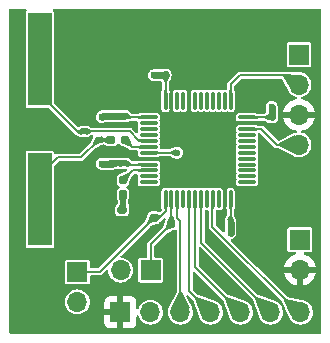
<source format=gbr>
G04 #@! TF.GenerationSoftware,KiCad,Pcbnew,8.0.6-8.0.6-0~ubuntu24.04.1*
G04 #@! TF.CreationDate,2024-10-23T13:15:13+03:00*
G04 #@! TF.ProjectId,imager_ILI9431,696d6167-6572-45f4-994c-49393433312e,rev?*
G04 #@! TF.SameCoordinates,Original*
G04 #@! TF.FileFunction,Copper,L1,Top*
G04 #@! TF.FilePolarity,Positive*
%FSLAX46Y46*%
G04 Gerber Fmt 4.6, Leading zero omitted, Abs format (unit mm)*
G04 Created by KiCad (PCBNEW 8.0.6-8.0.6-0~ubuntu24.04.1) date 2024-10-23 13:15:13*
%MOMM*%
%LPD*%
G01*
G04 APERTURE LIST*
G04 Aperture macros list*
%AMRoundRect*
0 Rectangle with rounded corners*
0 $1 Rounding radius*
0 $2 $3 $4 $5 $6 $7 $8 $9 X,Y pos of 4 corners*
0 Add a 4 corners polygon primitive as box body*
4,1,4,$2,$3,$4,$5,$6,$7,$8,$9,$2,$3,0*
0 Add four circle primitives for the rounded corners*
1,1,$1+$1,$2,$3*
1,1,$1+$1,$4,$5*
1,1,$1+$1,$6,$7*
1,1,$1+$1,$8,$9*
0 Add four rect primitives between the rounded corners*
20,1,$1+$1,$2,$3,$4,$5,0*
20,1,$1+$1,$4,$5,$6,$7,0*
20,1,$1+$1,$6,$7,$8,$9,0*
20,1,$1+$1,$8,$9,$2,$3,0*%
G04 Aperture macros list end*
G04 #@! TA.AperFunction,SMDPad,CuDef*
%ADD10RoundRect,0.140000X0.170000X-0.140000X0.170000X0.140000X-0.170000X0.140000X-0.170000X-0.140000X0*%
G04 #@! TD*
G04 #@! TA.AperFunction,SMDPad,CuDef*
%ADD11RoundRect,0.140000X-0.170000X0.140000X-0.170000X-0.140000X0.170000X-0.140000X0.170000X0.140000X0*%
G04 #@! TD*
G04 #@! TA.AperFunction,SMDPad,CuDef*
%ADD12RoundRect,0.160000X-0.160000X0.197500X-0.160000X-0.197500X0.160000X-0.197500X0.160000X0.197500X0*%
G04 #@! TD*
G04 #@! TA.AperFunction,ComponentPad*
%ADD13R,1.700000X1.700000*%
G04 #@! TD*
G04 #@! TA.AperFunction,ComponentPad*
%ADD14O,1.700000X1.700000*%
G04 #@! TD*
G04 #@! TA.AperFunction,SMDPad,CuDef*
%ADD15RoundRect,0.160000X-0.222500X-0.160000X0.222500X-0.160000X0.222500X0.160000X-0.222500X0.160000X0*%
G04 #@! TD*
G04 #@! TA.AperFunction,SMDPad,CuDef*
%ADD16RoundRect,0.140000X0.140000X0.170000X-0.140000X0.170000X-0.140000X-0.170000X0.140000X-0.170000X0*%
G04 #@! TD*
G04 #@! TA.AperFunction,SMDPad,CuDef*
%ADD17RoundRect,0.160000X0.197500X0.160000X-0.197500X0.160000X-0.197500X-0.160000X0.197500X-0.160000X0*%
G04 #@! TD*
G04 #@! TA.AperFunction,SMDPad,CuDef*
%ADD18R,2.000000X7.875000*%
G04 #@! TD*
G04 #@! TA.AperFunction,SMDPad,CuDef*
%ADD19RoundRect,0.140000X-0.140000X-0.170000X0.140000X-0.170000X0.140000X0.170000X-0.140000X0.170000X0*%
G04 #@! TD*
G04 #@! TA.AperFunction,SMDPad,CuDef*
%ADD20RoundRect,0.075000X-0.662500X-0.075000X0.662500X-0.075000X0.662500X0.075000X-0.662500X0.075000X0*%
G04 #@! TD*
G04 #@! TA.AperFunction,SMDPad,CuDef*
%ADD21RoundRect,0.075000X-0.075000X-0.662500X0.075000X-0.662500X0.075000X0.662500X-0.075000X0.662500X0*%
G04 #@! TD*
G04 #@! TA.AperFunction,ViaPad*
%ADD22C,0.600000*%
G04 #@! TD*
G04 #@! TA.AperFunction,Conductor*
%ADD23C,0.200000*%
G04 #@! TD*
G04 #@! TA.AperFunction,Conductor*
%ADD24C,0.600000*%
G04 #@! TD*
G04 #@! TA.AperFunction,Conductor*
%ADD25C,0.500000*%
G04 #@! TD*
G04 APERTURE END LIST*
D10*
X95100000Y-101740000D03*
X95100000Y-100780000D03*
D11*
X111000000Y-99570000D03*
X111000000Y-100530000D03*
D12*
X98400000Y-104900000D03*
X98400000Y-106095000D03*
X102500000Y-108582500D03*
X102500000Y-109777500D03*
D13*
X94530000Y-112675000D03*
D14*
X94530000Y-115215000D03*
D10*
X96350000Y-102430000D03*
X96350000Y-101470000D03*
D15*
X97177500Y-107450000D03*
X98322500Y-107450000D03*
D10*
X97500000Y-99480000D03*
X97500000Y-98520000D03*
X98500000Y-99480000D03*
X98500000Y-98520000D03*
D13*
X113370000Y-109945000D03*
D14*
X113370000Y-112485000D03*
D16*
X107500000Y-108500000D03*
X106540000Y-108500000D03*
D10*
X98500000Y-103480000D03*
X98500000Y-102520000D03*
D17*
X101027500Y-108070000D03*
X99832500Y-108070000D03*
D18*
X91350000Y-94662500D03*
X91350000Y-106537500D03*
D13*
X98180000Y-116090000D03*
D14*
X100720000Y-116090000D03*
X103260000Y-116090000D03*
X105800000Y-116090000D03*
X108340000Y-116090000D03*
X110880000Y-116090000D03*
X113420000Y-116090000D03*
D19*
X102020000Y-96000000D03*
X102980000Y-96000000D03*
D13*
X100730000Y-112520000D03*
D14*
X98190000Y-112520000D03*
D10*
X97500000Y-103480000D03*
X97500000Y-102520000D03*
D20*
X100587500Y-99587500D03*
X100587500Y-100087500D03*
X100587500Y-100587500D03*
X100587500Y-101087500D03*
X100587500Y-101587500D03*
X100587500Y-102087500D03*
X100587500Y-102587500D03*
X100587500Y-103087500D03*
X100587500Y-103587500D03*
X100587500Y-104087500D03*
X100587500Y-104587500D03*
X100587500Y-105087500D03*
D21*
X102000000Y-106500000D03*
X102500000Y-106500000D03*
X103000000Y-106500000D03*
X103500000Y-106500000D03*
X104000000Y-106500000D03*
X104500000Y-106500000D03*
X105000000Y-106500000D03*
X105500000Y-106500000D03*
X106000000Y-106500000D03*
X106500000Y-106500000D03*
X107000000Y-106500000D03*
X107500000Y-106500000D03*
D20*
X108912500Y-105087500D03*
X108912500Y-104587500D03*
X108912500Y-104087500D03*
X108912500Y-103587500D03*
X108912500Y-103087500D03*
X108912500Y-102587500D03*
X108912500Y-102087500D03*
X108912500Y-101587500D03*
X108912500Y-101087500D03*
X108912500Y-100587500D03*
X108912500Y-100087500D03*
X108912500Y-99587500D03*
D21*
X107500000Y-98175000D03*
X107000000Y-98175000D03*
X106500000Y-98175000D03*
X106000000Y-98175000D03*
X105500000Y-98175000D03*
X105000000Y-98175000D03*
X104500000Y-98175000D03*
X104000000Y-98175000D03*
X103500000Y-98175000D03*
X103000000Y-98175000D03*
X102500000Y-98175000D03*
X102000000Y-98175000D03*
D13*
X113300000Y-94280000D03*
D14*
X113300000Y-96820000D03*
X113300000Y-99360000D03*
X113300000Y-101900000D03*
D17*
X98597500Y-101500000D03*
X97402500Y-101500000D03*
D22*
X96600000Y-103520000D03*
X107500000Y-109375000D03*
X110990000Y-98700000D03*
X96610000Y-99560000D03*
X101020000Y-96020000D03*
X107550000Y-95100000D03*
X97025000Y-104575000D03*
X96925000Y-114300000D03*
X95500000Y-106750000D03*
X101450000Y-95100000D03*
X107450000Y-113875000D03*
X114200000Y-107875000D03*
X100000000Y-97450000D03*
X98300000Y-109475000D03*
X96875000Y-105425000D03*
X102525000Y-111400000D03*
X107025000Y-110875000D03*
X95200000Y-99625000D03*
X100400000Y-95150000D03*
X113950000Y-114225000D03*
X95900000Y-98900000D03*
X109700000Y-93375000D03*
X97450000Y-105950000D03*
X106450000Y-95125000D03*
X109675000Y-113750000D03*
X111375000Y-93175000D03*
X109125000Y-98325000D03*
X96375000Y-115075000D03*
X99475000Y-98075000D03*
X98050000Y-96775000D03*
X101125000Y-114075000D03*
X94700000Y-104250000D03*
X97300000Y-97450000D03*
X110550000Y-108150000D03*
X97950000Y-114150000D03*
X112700000Y-114225000D03*
X104750000Y-113550000D03*
X100800000Y-96975000D03*
X113350000Y-107825000D03*
X111475000Y-107975000D03*
X104325000Y-95125000D03*
X109625000Y-108325000D03*
X108700000Y-108500000D03*
X110475000Y-95200000D03*
X108450000Y-97500000D03*
X108375000Y-94525000D03*
X112450000Y-107850000D03*
X109050000Y-93900000D03*
X102375000Y-95075000D03*
X110300000Y-96775000D03*
X96800000Y-108350000D03*
X103300000Y-95075000D03*
X110850000Y-112275000D03*
X111125000Y-97450000D03*
X105400000Y-95075000D03*
X111400000Y-95200000D03*
X96550000Y-98200000D03*
X96150000Y-107475000D03*
X110575000Y-93425000D03*
X101900000Y-110900000D03*
X99400000Y-95425000D03*
X111725000Y-113300000D03*
X94750000Y-105075000D03*
X98750000Y-96075000D03*
X97600000Y-108800000D03*
X94825000Y-106050000D03*
X102980000Y-102580000D03*
D23*
X107500000Y-106500000D02*
X107500000Y-108500000D01*
D24*
X97500000Y-99480000D02*
X98500000Y-99480000D01*
X110990000Y-99560000D02*
X111000000Y-99570000D01*
D23*
X98607500Y-99587500D02*
X98500000Y-99480000D01*
D24*
X101020000Y-96020000D02*
X102000000Y-96020000D01*
X110990000Y-98700000D02*
X110990000Y-99560000D01*
D23*
X98607500Y-103587500D02*
X98500000Y-103480000D01*
X100587500Y-99587500D02*
X98607500Y-99587500D01*
D24*
X96600000Y-103520000D02*
X97460000Y-103520000D01*
D23*
X102000000Y-98175000D02*
X102000000Y-96020000D01*
D24*
X96610000Y-99560000D02*
X96690000Y-99480000D01*
X97460000Y-103520000D02*
X97500000Y-103480000D01*
X102000000Y-96020000D02*
X102020000Y-96000000D01*
D23*
X100587500Y-103587500D02*
X98607500Y-103587500D01*
D24*
X96690000Y-99480000D02*
X97500000Y-99480000D01*
D23*
X108912500Y-99587500D02*
X110982500Y-99587500D01*
X110982500Y-99587500D02*
X111000000Y-99570000D01*
D24*
X107500000Y-109375000D02*
X107500000Y-108500000D01*
D25*
X98500000Y-103480000D02*
X97500000Y-103480000D01*
D23*
X96380000Y-101500000D02*
X96350000Y-101470000D01*
X91350000Y-104480000D02*
X91350000Y-106537500D01*
X96350000Y-101470000D02*
X94850000Y-102970000D01*
X94850000Y-102970000D02*
X92860000Y-102970000D01*
X92860000Y-102970000D02*
X91350000Y-104480000D01*
X97402500Y-101500000D02*
X96380000Y-101500000D01*
X100587500Y-101587500D02*
X99787500Y-101587500D01*
X91350000Y-97610000D02*
X91350000Y-94662500D01*
X99787500Y-101587500D02*
X98980000Y-100780000D01*
X94520000Y-100780000D02*
X91350000Y-97610000D01*
X95100000Y-100780000D02*
X94520000Y-100780000D01*
X98980000Y-100780000D02*
X95100000Y-100780000D01*
X98400000Y-107372500D02*
X98322500Y-107450000D01*
D25*
X98400000Y-106095000D02*
X98400000Y-107372500D01*
D23*
X107500000Y-98175000D02*
X107500000Y-96800000D01*
X107500000Y-96800000D02*
X108280000Y-96020000D01*
X112500000Y-96020000D02*
X113300000Y-96820000D01*
X108280000Y-96020000D02*
X112500000Y-96020000D01*
X108912500Y-100587500D02*
X110121366Y-100587500D01*
X110121366Y-100587500D02*
X111433866Y-101900000D01*
X111433866Y-101900000D02*
X113300000Y-101900000D01*
X100587500Y-102087500D02*
X99185000Y-102087500D01*
X99185000Y-102087500D02*
X98597500Y-101500000D01*
X99212500Y-104087500D02*
X98400000Y-104900000D01*
X100587500Y-104087500D02*
X99212500Y-104087500D01*
X102000000Y-107550000D02*
X101480000Y-108070000D01*
X102000000Y-106500000D02*
X102000000Y-107550000D01*
X101480000Y-108070000D02*
X101027500Y-108070000D01*
X101013654Y-108070000D02*
X96408654Y-112675000D01*
X96408654Y-112675000D02*
X94530000Y-112675000D01*
X101027500Y-108070000D02*
X101013654Y-108070000D01*
X102500000Y-108582500D02*
X100730000Y-110352500D01*
X100730000Y-110352500D02*
X100730000Y-112520000D01*
X102500000Y-106500000D02*
X102500000Y-108582500D01*
X105000000Y-110210000D02*
X110880000Y-116090000D01*
X105000000Y-106500000D02*
X105000000Y-110210000D01*
X104000000Y-106500000D02*
X104000000Y-114290000D01*
X104000000Y-114290000D02*
X105800000Y-116090000D01*
X104500000Y-112250000D02*
X108340000Y-116090000D01*
X104500000Y-106500000D02*
X104500000Y-112250000D01*
X113193866Y-116090000D02*
X113420000Y-116090000D01*
X105960000Y-108856134D02*
X113193866Y-116090000D01*
X106000000Y-106500000D02*
X105960000Y-106540000D01*
X105960000Y-106540000D02*
X105960000Y-108856134D01*
X103000000Y-106500000D02*
X103000000Y-108070028D01*
X103260000Y-108330028D02*
X103260000Y-116090000D01*
X103000000Y-108070028D02*
X103260000Y-108330028D01*
X102972500Y-102587500D02*
X102980000Y-102580000D01*
X100587500Y-102587500D02*
X102972500Y-102587500D01*
G04 #@! TA.AperFunction,Conductor*
G36*
X106008014Y-106554127D02*
G01*
X106009668Y-106558495D01*
X106117102Y-107219585D01*
X106116601Y-107225317D01*
X106062738Y-107379655D01*
X106056776Y-107386337D01*
X106051691Y-107387500D01*
X105871191Y-107387500D01*
X105862918Y-107384073D01*
X105859503Y-107376320D01*
X105850510Y-107173975D01*
X105850499Y-107173540D01*
X105850499Y-107161585D01*
X105850785Y-107159023D01*
X105986708Y-106557790D01*
X105991875Y-106550478D01*
X106000700Y-106548960D01*
X106008014Y-106554127D01*
G37*
G04 #@! TD.AperFunction*
G04 #@! TA.AperFunction,Conductor*
G36*
X101293465Y-107764179D02*
G01*
X101565415Y-107839369D01*
X101570570Y-107842373D01*
X101701298Y-107973101D01*
X101704725Y-107981374D01*
X101701298Y-107989647D01*
X101701062Y-107989877D01*
X101363852Y-108308580D01*
X101355485Y-108311772D01*
X101348847Y-108309476D01*
X101036785Y-108078115D01*
X101032180Y-108070435D01*
X101034354Y-108061748D01*
X101034781Y-108061206D01*
X101281396Y-107767926D01*
X101289342Y-107763800D01*
X101293465Y-107764179D01*
G37*
G04 #@! TD.AperFunction*
G04 #@! TA.AperFunction,Conductor*
G36*
X96582607Y-101205645D02*
G01*
X96791869Y-101319444D01*
X96933890Y-101396677D01*
X96939520Y-101403639D01*
X96940000Y-101406955D01*
X96940000Y-101591931D01*
X96936573Y-101600204D01*
X96932459Y-101602867D01*
X96581376Y-101736376D01*
X96572425Y-101736114D01*
X96568231Y-101732933D01*
X96459783Y-101602867D01*
X96355259Y-101477507D01*
X96352594Y-101468960D01*
X96355275Y-101462506D01*
X96568048Y-101208410D01*
X96575985Y-101204269D01*
X96582607Y-101205645D01*
G37*
G04 #@! TD.AperFunction*
G04 #@! TA.AperFunction,Conductor*
G36*
X98849290Y-104320429D02*
G01*
X98979379Y-104450518D01*
X98982806Y-104458791D01*
X98981735Y-104463681D01*
X98724693Y-105022347D01*
X98718122Y-105028431D01*
X98709615Y-105028278D01*
X98404675Y-104902919D01*
X98398327Y-104896604D01*
X98397810Y-104895078D01*
X98307535Y-104552309D01*
X98308742Y-104543436D01*
X98314294Y-104538552D01*
X98836463Y-104317924D01*
X98845418Y-104317861D01*
X98849290Y-104320429D01*
G37*
G04 #@! TD.AperFunction*
G04 #@! TA.AperFunction,Conductor*
G36*
X98779209Y-99250749D02*
G01*
X99079667Y-99479629D01*
X99085390Y-99483988D01*
X99089894Y-99491727D01*
X99090000Y-99493295D01*
X99090000Y-99677647D01*
X99086573Y-99685920D01*
X99080290Y-99689176D01*
X98677832Y-99758647D01*
X98669097Y-99756678D01*
X98665857Y-99753216D01*
X98507119Y-99493295D01*
X98504175Y-99488475D01*
X98502788Y-99479629D01*
X98506521Y-99473517D01*
X98764482Y-99251192D01*
X98772985Y-99248388D01*
X98779209Y-99250749D01*
G37*
G04 #@! TD.AperFunction*
G04 #@! TA.AperFunction,Conductor*
G36*
X109755490Y-114819504D02*
G01*
X111193396Y-115300724D01*
X111200154Y-115306599D01*
X111200778Y-115315532D01*
X111200497Y-115316285D01*
X110882562Y-116086214D01*
X110876237Y-116092553D01*
X110876214Y-116092562D01*
X110106285Y-116410497D01*
X110097330Y-116410488D01*
X110091005Y-116404149D01*
X110090724Y-116403396D01*
X109986695Y-116092553D01*
X109609505Y-114965492D01*
X109610129Y-114956562D01*
X109612324Y-114953512D01*
X109743510Y-114822326D01*
X109751782Y-114818900D01*
X109755490Y-114819504D01*
G37*
G04 #@! TD.AperFunction*
G04 #@! TA.AperFunction,Conductor*
G36*
X105009787Y-106549924D02*
G01*
X105011454Y-106553947D01*
X105143772Y-107188715D01*
X105143731Y-107193678D01*
X105102059Y-107378375D01*
X105096895Y-107385691D01*
X105090646Y-107387500D01*
X104909354Y-107387500D01*
X104901081Y-107384073D01*
X104897941Y-107378375D01*
X104856268Y-107193678D01*
X104856227Y-107188715D01*
X104988546Y-106553947D01*
X104993589Y-106546548D01*
X105002388Y-106544881D01*
X105009787Y-106549924D01*
G37*
G04 #@! TD.AperFunction*
G04 #@! TA.AperFunction,Conductor*
G36*
X109606178Y-99443768D02*
G01*
X109694697Y-99463740D01*
X109790875Y-99485441D01*
X109798191Y-99490605D01*
X109800000Y-99496854D01*
X109800000Y-99678145D01*
X109796573Y-99686418D01*
X109790875Y-99689558D01*
X109606178Y-99731231D01*
X109601215Y-99731272D01*
X109075216Y-99621627D01*
X108966446Y-99598953D01*
X108959048Y-99593911D01*
X108957381Y-99585112D01*
X108962424Y-99577713D01*
X108966446Y-99576046D01*
X109601215Y-99443727D01*
X109606178Y-99443768D01*
G37*
G04 #@! TD.AperFunction*
G04 #@! TA.AperFunction,Conductor*
G36*
X98954063Y-101408742D02*
G01*
X98958947Y-101414295D01*
X99179574Y-101936463D01*
X99179638Y-101945418D01*
X99177070Y-101949290D01*
X99046981Y-102079379D01*
X99038708Y-102082806D01*
X99033818Y-102081735D01*
X98475152Y-101824693D01*
X98469068Y-101818122D01*
X98469221Y-101809615D01*
X98594580Y-101504675D01*
X98600895Y-101498327D01*
X98602411Y-101497813D01*
X98945191Y-101407535D01*
X98954063Y-101408742D01*
G37*
G04 #@! TD.AperFunction*
G04 #@! TA.AperFunction,Conductor*
G36*
X100533552Y-99576046D02*
G01*
X100540951Y-99581089D01*
X100542618Y-99589888D01*
X100537575Y-99597287D01*
X100533552Y-99598954D01*
X99898784Y-99731272D01*
X99893821Y-99731231D01*
X99709125Y-99689558D01*
X99701809Y-99684394D01*
X99700000Y-99678145D01*
X99700000Y-99496854D01*
X99703427Y-99488581D01*
X99709124Y-99485441D01*
X99893821Y-99443767D01*
X99898784Y-99443727D01*
X100533552Y-99576046D01*
G37*
G04 #@! TD.AperFunction*
G04 #@! TA.AperFunction,Conductor*
G36*
X90206591Y-90419407D02*
G01*
X90242555Y-90468907D01*
X90242555Y-90530093D01*
X90211552Y-90572763D01*
X90212343Y-90573554D01*
X90207353Y-90578543D01*
X90206591Y-90579593D01*
X90205644Y-90580252D01*
X90205445Y-90580451D01*
X90161134Y-90646766D01*
X90161132Y-90646772D01*
X90149501Y-90705241D01*
X90149500Y-90705253D01*
X90149500Y-98619746D01*
X90149501Y-98619758D01*
X90161132Y-98678227D01*
X90161134Y-98678233D01*
X90204328Y-98742876D01*
X90205448Y-98744552D01*
X90271769Y-98788867D01*
X90316231Y-98797711D01*
X90330241Y-98800498D01*
X90330246Y-98800498D01*
X90330252Y-98800500D01*
X92074521Y-98800500D01*
X92132712Y-98819407D01*
X92144525Y-98829496D01*
X94279540Y-100964511D01*
X94279539Y-100964511D01*
X94335486Y-101020457D01*
X94335489Y-101020460D01*
X94404011Y-101060021D01*
X94429798Y-101066930D01*
X94446553Y-101073085D01*
X94780256Y-101231178D01*
X94809456Y-101240513D01*
X94810445Y-101240829D01*
X94822135Y-101245402D01*
X94840513Y-101253972D01*
X94890099Y-101260500D01*
X95309900Y-101260499D01*
X95316965Y-101259568D01*
X95359483Y-101253973D01*
X95359483Y-101253972D01*
X95359487Y-101253972D01*
X95384961Y-101242092D01*
X95403585Y-101235578D01*
X95417933Y-101232120D01*
X95723019Y-101091123D01*
X95783771Y-101083875D01*
X95837183Y-101113721D01*
X95862852Y-101169262D01*
X95854274Y-101222829D01*
X95846028Y-101240511D01*
X95839500Y-101290100D01*
X95839500Y-101307366D01*
X95830723Y-101348119D01*
X95692001Y-101655231D01*
X95692001Y-101655232D01*
X95660066Y-101725931D01*
X95639846Y-101755181D01*
X95194529Y-102200500D01*
X94754525Y-102640504D01*
X94700008Y-102668281D01*
X94684521Y-102669500D01*
X92820435Y-102669500D01*
X92744014Y-102689977D01*
X92744009Y-102689979D01*
X92698999Y-102715966D01*
X92639150Y-102728687D01*
X92583255Y-102703800D01*
X92552663Y-102650811D01*
X92550500Y-102630229D01*
X92550500Y-102580253D01*
X92550498Y-102580241D01*
X92547711Y-102566231D01*
X92538867Y-102521769D01*
X92494552Y-102455448D01*
X92467756Y-102437543D01*
X92428233Y-102411134D01*
X92428231Y-102411133D01*
X92428228Y-102411132D01*
X92428227Y-102411132D01*
X92369758Y-102399501D01*
X92369748Y-102399500D01*
X90330252Y-102399500D01*
X90330251Y-102399500D01*
X90330241Y-102399501D01*
X90271772Y-102411132D01*
X90271766Y-102411134D01*
X90205451Y-102455445D01*
X90205445Y-102455451D01*
X90161134Y-102521766D01*
X90161132Y-102521772D01*
X90149501Y-102580241D01*
X90149500Y-102580253D01*
X90149500Y-110494746D01*
X90149501Y-110494758D01*
X90161132Y-110553227D01*
X90161134Y-110553233D01*
X90203267Y-110616288D01*
X90205448Y-110619552D01*
X90271769Y-110663867D01*
X90316231Y-110672711D01*
X90330241Y-110675498D01*
X90330246Y-110675498D01*
X90330252Y-110675500D01*
X90330253Y-110675500D01*
X92369747Y-110675500D01*
X92369748Y-110675500D01*
X92428231Y-110663867D01*
X92494552Y-110619552D01*
X92538867Y-110553231D01*
X92550500Y-110494748D01*
X92550500Y-103745479D01*
X92569407Y-103687288D01*
X92579496Y-103675475D01*
X92734973Y-103519998D01*
X96094353Y-103519998D01*
X96094353Y-103520001D01*
X96098492Y-103548786D01*
X96099500Y-103562876D01*
X96099500Y-103585893D01*
X96107310Y-103615042D01*
X96109675Y-103626572D01*
X96114835Y-103662457D01*
X96123937Y-103682388D01*
X96129506Y-103697881D01*
X96131273Y-103704471D01*
X96133608Y-103713186D01*
X96152277Y-103745523D01*
X96156592Y-103753893D01*
X96174622Y-103793373D01*
X96184259Y-103804494D01*
X96195172Y-103819820D01*
X96199497Y-103827310D01*
X96199498Y-103827311D01*
X96199500Y-103827314D01*
X96230961Y-103858775D01*
X96235764Y-103863934D01*
X96268872Y-103902143D01*
X96275186Y-103906201D01*
X96291662Y-103919476D01*
X96292686Y-103920500D01*
X96330708Y-103942452D01*
X96337392Y-103946311D01*
X96341414Y-103948763D01*
X96365575Y-103964290D01*
X96389947Y-103979953D01*
X96390046Y-103979982D01*
X96390215Y-103980032D01*
X96400584Y-103984474D01*
X96400819Y-103983909D01*
X96406809Y-103986389D01*
X96406814Y-103986392D01*
X96463579Y-104001601D01*
X96465813Y-104002228D01*
X96476814Y-104005458D01*
X96528033Y-104020499D01*
X96528038Y-104020499D01*
X96528039Y-104020500D01*
X96528040Y-104020500D01*
X97525890Y-104020500D01*
X97525892Y-104020500D01*
X97653186Y-103986392D01*
X97671343Y-103975909D01*
X97713791Y-103962896D01*
X97825452Y-103954919D01*
X97992957Y-103942955D01*
X98007041Y-103942955D01*
X98252658Y-103960499D01*
X98308236Y-103964469D01*
X98308239Y-103964469D01*
X98308252Y-103964470D01*
X98308266Y-103964469D01*
X98308269Y-103964470D01*
X98321361Y-103964395D01*
X98339869Y-103964290D01*
X98343452Y-103963993D01*
X98363293Y-103961359D01*
X98376315Y-103960499D01*
X98665726Y-103960499D01*
X98723917Y-103979406D01*
X98759881Y-104028906D01*
X98759881Y-104090092D01*
X98723917Y-104139592D01*
X98704257Y-104150693D01*
X98269955Y-104334194D01*
X98231427Y-104342000D01*
X98205791Y-104342000D01*
X98205786Y-104342001D01*
X98135712Y-104352209D01*
X98027626Y-104405050D01*
X97942549Y-104490127D01*
X97889709Y-104598214D01*
X97879500Y-104668288D01*
X97879500Y-105131709D01*
X97879501Y-105131712D01*
X97889709Y-105201787D01*
X97923055Y-105269996D01*
X97942551Y-105309875D01*
X98027625Y-105394949D01*
X98027626Y-105394949D01*
X98027628Y-105394951D01*
X98055462Y-105408558D01*
X98099437Y-105451100D01*
X98110007Y-105511366D01*
X98083135Y-105566335D01*
X98055466Y-105586438D01*
X98027631Y-105600046D01*
X98027628Y-105600049D01*
X98027626Y-105600050D01*
X98027625Y-105600051D01*
X97942551Y-105685125D01*
X97942549Y-105685127D01*
X97920612Y-105730001D01*
X97889709Y-105793214D01*
X97887210Y-105810370D01*
X97879500Y-105863288D01*
X97879500Y-106293417D01*
X97879368Y-106298519D01*
X97877757Y-106329736D01*
X97877757Y-106329746D01*
X97939931Y-106756082D01*
X97935753Y-106802072D01*
X97870472Y-106995185D01*
X97846691Y-107033483D01*
X97802551Y-107077624D01*
X97758888Y-107166939D01*
X97749709Y-107185714D01*
X97741958Y-107238918D01*
X97739500Y-107255788D01*
X97739500Y-107644209D01*
X97739500Y-107644211D01*
X97739501Y-107644214D01*
X97749709Y-107714286D01*
X97802551Y-107822375D01*
X97887625Y-107907449D01*
X97995714Y-107960291D01*
X98065785Y-107970500D01*
X98579214Y-107970499D01*
X98649286Y-107960291D01*
X98757375Y-107907449D01*
X98842449Y-107822375D01*
X98895291Y-107714286D01*
X98905500Y-107644215D01*
X98905499Y-107255786D01*
X98895291Y-107185714D01*
X98886109Y-107166933D01*
X98876252Y-107129742D01*
X98866234Y-106972242D01*
X98855500Y-106803450D01*
X98856353Y-106803395D01*
X98856244Y-106782302D01*
X98922242Y-106329742D01*
X98924204Y-106291275D01*
X98924017Y-106286918D01*
X98921100Y-106260136D01*
X98921099Y-106260134D01*
X98921081Y-106259965D01*
X98920499Y-106249244D01*
X98920499Y-105863290D01*
X98920499Y-105863286D01*
X98910291Y-105793214D01*
X98857449Y-105685125D01*
X98772375Y-105600051D01*
X98772373Y-105600050D01*
X98772372Y-105600049D01*
X98744536Y-105586441D01*
X98700562Y-105543898D01*
X98689992Y-105483632D01*
X98716864Y-105428664D01*
X98744536Y-105408559D01*
X98753215Y-105404315D01*
X98772375Y-105394949D01*
X98857449Y-105309875D01*
X98910291Y-105201786D01*
X98920500Y-105131715D01*
X98920499Y-105110104D01*
X98929561Y-105068725D01*
X99155077Y-104578581D01*
X99175006Y-104549963D01*
X99307975Y-104416996D01*
X99362492Y-104389219D01*
X99377978Y-104388000D01*
X99550500Y-104388000D01*
X99608691Y-104406907D01*
X99644655Y-104456407D01*
X99649500Y-104487000D01*
X99649500Y-104689629D01*
X99649501Y-104689637D01*
X99665484Y-104769994D01*
X99665486Y-104769998D01*
X99673840Y-104782501D01*
X99690447Y-104841389D01*
X99673840Y-104892499D01*
X99665485Y-104905003D01*
X99665484Y-104905004D01*
X99649500Y-104985364D01*
X99649500Y-105189629D01*
X99649501Y-105189637D01*
X99665484Y-105269994D01*
X99665485Y-105269996D01*
X99692132Y-105309875D01*
X99726376Y-105361124D01*
X99817505Y-105422015D01*
X99897867Y-105438000D01*
X101277132Y-105437999D01*
X101357495Y-105422015D01*
X101448624Y-105361124D01*
X101509515Y-105269995D01*
X101525500Y-105189633D01*
X101525499Y-104985368D01*
X101509515Y-104905005D01*
X101501159Y-104892499D01*
X101484551Y-104833614D01*
X101501159Y-104782499D01*
X101509515Y-104769995D01*
X101525500Y-104689633D01*
X101525499Y-104485368D01*
X101509515Y-104405005D01*
X101501159Y-104392499D01*
X101484551Y-104333614D01*
X101501159Y-104282499D01*
X101509515Y-104269995D01*
X101525500Y-104189633D01*
X101525499Y-103985368D01*
X101524421Y-103979950D01*
X101509515Y-103905006D01*
X101509515Y-103905005D01*
X101501159Y-103892499D01*
X101484551Y-103833614D01*
X101501159Y-103782499D01*
X101509515Y-103769995D01*
X101525500Y-103689633D01*
X101525499Y-103485368D01*
X101519281Y-103454108D01*
X101509515Y-103405005D01*
X101509514Y-103405003D01*
X101448626Y-103313879D01*
X101448624Y-103313876D01*
X101419589Y-103294475D01*
X101357497Y-103252986D01*
X101357496Y-103252985D01*
X101357495Y-103252985D01*
X101277133Y-103237000D01*
X101277132Y-103237000D01*
X99897870Y-103237000D01*
X99897860Y-103237001D01*
X99894426Y-103237684D01*
X99886505Y-103238926D01*
X99848581Y-103243307D01*
X99691941Y-103278651D01*
X99665700Y-103284572D01*
X99643912Y-103287000D01*
X99199332Y-103287000D01*
X99141141Y-103268093D01*
X99139341Y-103266753D01*
X98970133Y-103137856D01*
X98903737Y-103087277D01*
X98903726Y-103087270D01*
X98900743Y-103085321D01*
X98900969Y-103084975D01*
X98882866Y-103071326D01*
X98868316Y-103056776D01*
X98868314Y-103056775D01*
X98868313Y-103056774D01*
X98759489Y-103006029D01*
X98759488Y-103006028D01*
X98734694Y-103002764D01*
X98709901Y-102999500D01*
X98709900Y-102999500D01*
X98346054Y-102999500D01*
X98333713Y-102998728D01*
X98308247Y-102995528D01*
X98007056Y-103017043D01*
X97992949Y-103017043D01*
X97691759Y-102995530D01*
X97691755Y-102995529D01*
X97691743Y-102995529D01*
X97691731Y-102995529D01*
X97691729Y-102995529D01*
X97662216Y-102995698D01*
X97660107Y-102995711D01*
X97660104Y-102995711D01*
X97656513Y-102996009D01*
X97655312Y-102996139D01*
X97655287Y-102995913D01*
X97618046Y-102993473D01*
X97565895Y-102979500D01*
X97565893Y-102979500D01*
X97434108Y-102979500D01*
X97434106Y-102979500D01*
X97372050Y-102996127D01*
X97346431Y-102999500D01*
X97290104Y-102999500D01*
X97290092Y-102999501D01*
X97240513Y-103006027D01*
X97240511Y-103006027D01*
X97231513Y-103010224D01*
X97189674Y-103019500D01*
X96528035Y-103019500D01*
X96465845Y-103037761D01*
X96463579Y-103038397D01*
X96406815Y-103053607D01*
X96400818Y-103056091D01*
X96400589Y-103055539D01*
X96390245Y-103059958D01*
X96389954Y-103060043D01*
X96389944Y-103060048D01*
X96341410Y-103091238D01*
X96337391Y-103093688D01*
X96292684Y-103119500D01*
X96292682Y-103119502D01*
X96291658Y-103120527D01*
X96275200Y-103133789D01*
X96268872Y-103137856D01*
X96268871Y-103137857D01*
X96235768Y-103176059D01*
X96230956Y-103181227D01*
X96199500Y-103212685D01*
X96199499Y-103212686D01*
X96195172Y-103220180D01*
X96184266Y-103235496D01*
X96174622Y-103246627D01*
X96174621Y-103246628D01*
X96156591Y-103286107D01*
X96152277Y-103294475D01*
X96133608Y-103326813D01*
X96133607Y-103326813D01*
X96129507Y-103342117D01*
X96123938Y-103357608D01*
X96114835Y-103377543D01*
X96109674Y-103413430D01*
X96107310Y-103424953D01*
X96099500Y-103454104D01*
X96099500Y-103477122D01*
X96098492Y-103491211D01*
X96094353Y-103519998D01*
X92734973Y-103519998D01*
X92955475Y-103299496D01*
X93009992Y-103271719D01*
X93025479Y-103270500D01*
X94889563Y-103270500D01*
X94889563Y-103270499D01*
X94965989Y-103250021D01*
X95034511Y-103210460D01*
X95068912Y-103176059D01*
X95090461Y-103154511D01*
X96067017Y-102177953D01*
X96093816Y-102158882D01*
X96503030Y-101960421D01*
X96546230Y-101950499D01*
X96559897Y-101950499D01*
X96559900Y-101950499D01*
X96566965Y-101949568D01*
X96609483Y-101943973D01*
X96609483Y-101943972D01*
X96609487Y-101943972D01*
X96624003Y-101937202D01*
X96649377Y-101929306D01*
X96654420Y-101928456D01*
X96766930Y-101885669D01*
X96828041Y-101882659D01*
X96846129Y-101889525D01*
X97044195Y-101987819D01*
X97071874Y-101997126D01*
X97083804Y-102002023D01*
X97100714Y-102010291D01*
X97170785Y-102020500D01*
X97634214Y-102020499D01*
X97704286Y-102010291D01*
X97812375Y-101957449D01*
X97897449Y-101872375D01*
X97911058Y-101844536D01*
X97953599Y-101800563D01*
X98013865Y-101789992D01*
X98068834Y-101816863D01*
X98088939Y-101844534D01*
X98102548Y-101872371D01*
X98102550Y-101872373D01*
X98102551Y-101872375D01*
X98187625Y-101957449D01*
X98295714Y-102010291D01*
X98365785Y-102020500D01*
X98387392Y-102020499D01*
X98428773Y-102029561D01*
X98918914Y-102255075D01*
X98947536Y-102275008D01*
X99000489Y-102327960D01*
X99069007Y-102367519D01*
X99069011Y-102367521D01*
X99145435Y-102387999D01*
X99145437Y-102388000D01*
X99145438Y-102388000D01*
X99224562Y-102388000D01*
X99550500Y-102388000D01*
X99608691Y-102406907D01*
X99644655Y-102456407D01*
X99649500Y-102487000D01*
X99649500Y-102689629D01*
X99649501Y-102689637D01*
X99665484Y-102769994D01*
X99665485Y-102769996D01*
X99721197Y-102853373D01*
X99726376Y-102861124D01*
X99817505Y-102922015D01*
X99897867Y-102938000D01*
X101277132Y-102937999D01*
X101280529Y-102937323D01*
X101288464Y-102936078D01*
X101326399Y-102931693D01*
X101326403Y-102931693D01*
X101326406Y-102931692D01*
X101326408Y-102931692D01*
X101369306Y-102922013D01*
X101509296Y-102890428D01*
X101531085Y-102888000D01*
X102315382Y-102888000D01*
X102348150Y-102893580D01*
X102543621Y-102962144D01*
X102647401Y-102998546D01*
X102786139Y-103047210D01*
X102786188Y-103047227D01*
X102786810Y-103047445D01*
X102798991Y-103049353D01*
X102811550Y-103052168D01*
X102908039Y-103080500D01*
X102908040Y-103080500D01*
X103051959Y-103080500D01*
X103051961Y-103080500D01*
X103190053Y-103039953D01*
X103311128Y-102962143D01*
X103405377Y-102853373D01*
X103465165Y-102722457D01*
X103485611Y-102580252D01*
X103485647Y-102580002D01*
X103485647Y-102579997D01*
X103465165Y-102437543D01*
X103450304Y-102405003D01*
X103405377Y-102306627D01*
X103311128Y-102197857D01*
X103311127Y-102197856D01*
X103311126Y-102197855D01*
X103190057Y-102120049D01*
X103190054Y-102120047D01*
X103190053Y-102120047D01*
X103190050Y-102120046D01*
X103051964Y-102079500D01*
X103051961Y-102079500D01*
X102908039Y-102079500D01*
X102908035Y-102079500D01*
X102801564Y-102110763D01*
X102790263Y-102113373D01*
X102781311Y-102114894D01*
X102781303Y-102114896D01*
X102347554Y-102280489D01*
X102312244Y-102287000D01*
X101624500Y-102287000D01*
X101566309Y-102268093D01*
X101530345Y-102218593D01*
X101525500Y-102188000D01*
X101525499Y-101985370D01*
X101525498Y-101985362D01*
X101509515Y-101905006D01*
X101509515Y-101905005D01*
X101501159Y-101892499D01*
X101484551Y-101833614D01*
X101501159Y-101782499D01*
X101509515Y-101769995D01*
X101525500Y-101689633D01*
X101525499Y-101485368D01*
X101509515Y-101405005D01*
X101501159Y-101392499D01*
X101484551Y-101333614D01*
X101501159Y-101282499D01*
X101509515Y-101269995D01*
X101525500Y-101189633D01*
X101525499Y-100985368D01*
X101509515Y-100905005D01*
X101501159Y-100892499D01*
X101484551Y-100833614D01*
X101501159Y-100782499D01*
X101509515Y-100769995D01*
X101525500Y-100689633D01*
X101525499Y-100485368D01*
X101509515Y-100405005D01*
X101501159Y-100392499D01*
X101484551Y-100333614D01*
X101501159Y-100282499D01*
X101509515Y-100269995D01*
X101525500Y-100189633D01*
X101525499Y-99985368D01*
X101521223Y-99963872D01*
X101512898Y-99922013D01*
X101509515Y-99905005D01*
X101501159Y-99892500D01*
X101484551Y-99833614D01*
X101501159Y-99782499D01*
X101509515Y-99769995D01*
X101525500Y-99689633D01*
X101525499Y-99485368D01*
X101525499Y-99485367D01*
X107974500Y-99485367D01*
X107974500Y-99689629D01*
X107974501Y-99689637D01*
X107990484Y-99769994D01*
X107990485Y-99769996D01*
X108050625Y-99860000D01*
X108051376Y-99861124D01*
X108142505Y-99922015D01*
X108222867Y-99938000D01*
X109602132Y-99937999D01*
X109605529Y-99937323D01*
X109613464Y-99936078D01*
X109651399Y-99931693D01*
X109651403Y-99931693D01*
X109651406Y-99931692D01*
X109651408Y-99931692D01*
X109694306Y-99922013D01*
X109834296Y-99890428D01*
X109856085Y-99888000D01*
X110337343Y-99888000D01*
X110375243Y-99895542D01*
X110402669Y-99906907D01*
X110689801Y-100025892D01*
X110711662Y-100031989D01*
X110726888Y-100037618D01*
X110740513Y-100043972D01*
X110790099Y-100050500D01*
X110846431Y-100050499D01*
X110872056Y-100053873D01*
X110934104Y-100070499D01*
X110934106Y-100070500D01*
X110934107Y-100070500D01*
X111065891Y-100070500D01*
X111065892Y-100070500D01*
X111127948Y-100053872D01*
X111153571Y-100050499D01*
X111209897Y-100050499D01*
X111209900Y-100050499D01*
X111259487Y-100043972D01*
X111259488Y-100043972D01*
X111318137Y-100016622D01*
X111368316Y-99993224D01*
X111453224Y-99908316D01*
X111503972Y-99799487D01*
X111510500Y-99749901D01*
X111510499Y-99390100D01*
X111503972Y-99340513D01*
X111503971Y-99340510D01*
X111499775Y-99331510D01*
X111490500Y-99289673D01*
X111490500Y-98742876D01*
X111491508Y-98728786D01*
X111495647Y-98700001D01*
X111495647Y-98699998D01*
X111491508Y-98671211D01*
X111490500Y-98657122D01*
X111490500Y-98634109D01*
X111490500Y-98634108D01*
X111482688Y-98604953D01*
X111480324Y-98593431D01*
X111475165Y-98557543D01*
X111466058Y-98537603D01*
X111460489Y-98522106D01*
X111456394Y-98506819D01*
X111456391Y-98506813D01*
X111437720Y-98474472D01*
X111433404Y-98466099D01*
X111415377Y-98426627D01*
X111405742Y-98415508D01*
X111394823Y-98400174D01*
X111390500Y-98392686D01*
X111359041Y-98361227D01*
X111354230Y-98356058D01*
X111321129Y-98317858D01*
X111321127Y-98317856D01*
X111314807Y-98313794D01*
X111298338Y-98300523D01*
X111297318Y-98299503D01*
X111297309Y-98299496D01*
X111252613Y-98273691D01*
X111248589Y-98271239D01*
X111248587Y-98271238D01*
X111242084Y-98267058D01*
X111200054Y-98240047D01*
X111199770Y-98239964D01*
X111189408Y-98235528D01*
X111189176Y-98236089D01*
X111183187Y-98233608D01*
X111126421Y-98218398D01*
X111124153Y-98217761D01*
X111061964Y-98199500D01*
X111061961Y-98199500D01*
X110918039Y-98199500D01*
X110918035Y-98199500D01*
X110855845Y-98217761D01*
X110853579Y-98218397D01*
X110796815Y-98233607D01*
X110790818Y-98236091D01*
X110790589Y-98235539D01*
X110780245Y-98239958D01*
X110779954Y-98240043D01*
X110779944Y-98240048D01*
X110731410Y-98271238D01*
X110727391Y-98273688D01*
X110682684Y-98299500D01*
X110682682Y-98299502D01*
X110681658Y-98300527D01*
X110665200Y-98313789D01*
X110658872Y-98317856D01*
X110658871Y-98317857D01*
X110625768Y-98356059D01*
X110620956Y-98361227D01*
X110589500Y-98392685D01*
X110589499Y-98392686D01*
X110585172Y-98400180D01*
X110574266Y-98415496D01*
X110564622Y-98426627D01*
X110564621Y-98426628D01*
X110546591Y-98466107D01*
X110542277Y-98474475D01*
X110523608Y-98506813D01*
X110523607Y-98506813D01*
X110519507Y-98522117D01*
X110513938Y-98537608D01*
X110513933Y-98537621D01*
X110504835Y-98557543D01*
X110499674Y-98593430D01*
X110497310Y-98604953D01*
X110489500Y-98634104D01*
X110489500Y-98657122D01*
X110488492Y-98671211D01*
X110484353Y-98699998D01*
X110484353Y-98700001D01*
X110488492Y-98728786D01*
X110489500Y-98742876D01*
X110489500Y-99155641D01*
X110470593Y-99213832D01*
X110435473Y-99243836D01*
X110372012Y-99276196D01*
X110327041Y-99287000D01*
X109856090Y-99287000D01*
X109834301Y-99284572D01*
X109734605Y-99262077D01*
X109734574Y-99262071D01*
X109651407Y-99243307D01*
X109631090Y-99240958D01*
X109613469Y-99238921D01*
X109605534Y-99237675D01*
X109602145Y-99237001D01*
X109602133Y-99237000D01*
X109602132Y-99237000D01*
X108222870Y-99237000D01*
X108222863Y-99237001D01*
X108142505Y-99252984D01*
X108142503Y-99252985D01*
X108051379Y-99313873D01*
X108051373Y-99313879D01*
X107990486Y-99405001D01*
X107990486Y-99405003D01*
X107990485Y-99405005D01*
X107980853Y-99453430D01*
X107974500Y-99485367D01*
X101525499Y-99485367D01*
X101509515Y-99405005D01*
X101509512Y-99405001D01*
X101448626Y-99313879D01*
X101448624Y-99313876D01*
X101445251Y-99311622D01*
X101357497Y-99252986D01*
X101357496Y-99252985D01*
X101357495Y-99252985D01*
X101277133Y-99237000D01*
X101277132Y-99237000D01*
X99897870Y-99237000D01*
X99897860Y-99237001D01*
X99894426Y-99237684D01*
X99886505Y-99238926D01*
X99848581Y-99243307D01*
X99702823Y-99276196D01*
X99665700Y-99284572D01*
X99643912Y-99287000D01*
X99199332Y-99287000D01*
X99141141Y-99268093D01*
X99139341Y-99266753D01*
X98937503Y-99112999D01*
X98903737Y-99087277D01*
X98903726Y-99087270D01*
X98900743Y-99085321D01*
X98900969Y-99084975D01*
X98882866Y-99071326D01*
X98868316Y-99056776D01*
X98868314Y-99056775D01*
X98868313Y-99056774D01*
X98759489Y-99006029D01*
X98759488Y-99006028D01*
X98734694Y-99002764D01*
X98709901Y-98999500D01*
X98709900Y-98999500D01*
X98653568Y-98999500D01*
X98627946Y-98996127D01*
X98611077Y-98991607D01*
X98565892Y-98979500D01*
X97565892Y-98979500D01*
X96755892Y-98979500D01*
X96624107Y-98979500D01*
X96562054Y-98996127D01*
X96496809Y-99013609D01*
X96382686Y-99079499D01*
X96301667Y-99160517D01*
X96285197Y-99173791D01*
X96278872Y-99177856D01*
X96278871Y-99177857D01*
X96245768Y-99216059D01*
X96240956Y-99221227D01*
X96209500Y-99252685D01*
X96209499Y-99252686D01*
X96205172Y-99260180D01*
X96194266Y-99275496D01*
X96184622Y-99286627D01*
X96184621Y-99286628D01*
X96166591Y-99326107D01*
X96162277Y-99334475D01*
X96143608Y-99366813D01*
X96143607Y-99366813D01*
X96139507Y-99382117D01*
X96133938Y-99397608D01*
X96130562Y-99405003D01*
X96124835Y-99417543D01*
X96119674Y-99453430D01*
X96117310Y-99464953D01*
X96109500Y-99494104D01*
X96109500Y-99517122D01*
X96108492Y-99531211D01*
X96104353Y-99559998D01*
X96104353Y-99560001D01*
X96108492Y-99588786D01*
X96109500Y-99602876D01*
X96109500Y-99625893D01*
X96117310Y-99655042D01*
X96119675Y-99666572D01*
X96124835Y-99702457D01*
X96133937Y-99722388D01*
X96139506Y-99737881D01*
X96142727Y-99749899D01*
X96143608Y-99753186D01*
X96162277Y-99785523D01*
X96166592Y-99793893D01*
X96184622Y-99833373D01*
X96194259Y-99844494D01*
X96205172Y-99859820D01*
X96209497Y-99867310D01*
X96209498Y-99867311D01*
X96209500Y-99867314D01*
X96230186Y-99888000D01*
X96240961Y-99898775D01*
X96245764Y-99903934D01*
X96278872Y-99942143D01*
X96285186Y-99946201D01*
X96301662Y-99959476D01*
X96302686Y-99960500D01*
X96337327Y-99980500D01*
X96347392Y-99986311D01*
X96351414Y-99988763D01*
X96399942Y-100019950D01*
X96399947Y-100019953D01*
X96400046Y-100019982D01*
X96400215Y-100020032D01*
X96410584Y-100024474D01*
X96410819Y-100023909D01*
X96416809Y-100026389D01*
X96416814Y-100026392D01*
X96473579Y-100041601D01*
X96475813Y-100042228D01*
X96481748Y-100043971D01*
X96538033Y-100060499D01*
X96538038Y-100060499D01*
X96538039Y-100060500D01*
X96538040Y-100060500D01*
X96681958Y-100060500D01*
X96681961Y-100060500D01*
X96744190Y-100042227D01*
X96746393Y-100041608D01*
X96803186Y-100026392D01*
X96803192Y-100026388D01*
X96809188Y-100023906D01*
X96809424Y-100024476D01*
X96819792Y-100020029D01*
X96820053Y-100019953D01*
X96832604Y-100011886D01*
X96856989Y-99996216D01*
X96910512Y-99980500D01*
X98565891Y-99980500D01*
X98565892Y-99980500D01*
X98627948Y-99963872D01*
X98653571Y-99960499D01*
X98685818Y-99960499D01*
X98688331Y-99960530D01*
X98691202Y-99960603D01*
X98712782Y-99961152D01*
X98712782Y-99961151D01*
X98712788Y-99961152D01*
X98736074Y-99957132D01*
X98739927Y-99956546D01*
X98759487Y-99953972D01*
X98759491Y-99953969D01*
X98761522Y-99953378D01*
X98772387Y-99950863D01*
X99115246Y-99891681D01*
X99115254Y-99891678D01*
X99117852Y-99891022D01*
X99142125Y-99888000D01*
X99550500Y-99888000D01*
X99608691Y-99906907D01*
X99644655Y-99956407D01*
X99649500Y-99987000D01*
X99649500Y-100189629D01*
X99649501Y-100189637D01*
X99665484Y-100269994D01*
X99665486Y-100269998D01*
X99673840Y-100282501D01*
X99690447Y-100341389D01*
X99673840Y-100392499D01*
X99665485Y-100405003D01*
X99665484Y-100405004D01*
X99649500Y-100485364D01*
X99649500Y-100689629D01*
X99649501Y-100689637D01*
X99665485Y-100769999D01*
X99666308Y-100771985D01*
X99666587Y-100775537D01*
X99667387Y-100779558D01*
X99666910Y-100779652D01*
X99671104Y-100832982D01*
X99639130Y-100885148D01*
X99582601Y-100908558D01*
X99523107Y-100894270D01*
X99504841Y-100879870D01*
X99164511Y-100539540D01*
X99154223Y-100533600D01*
X99147290Y-100529597D01*
X99147290Y-100529596D01*
X99095990Y-100499979D01*
X99095985Y-100499977D01*
X99019564Y-100479500D01*
X99019562Y-100479500D01*
X95767779Y-100479500D01*
X95726247Y-100470367D01*
X95417932Y-100327878D01*
X95389380Y-100318983D01*
X95376992Y-100314190D01*
X95359485Y-100306027D01*
X95309902Y-100299500D01*
X94890103Y-100299500D01*
X94890092Y-100299501D01*
X94840513Y-100306027D01*
X94779850Y-100334314D01*
X94775014Y-100336414D01*
X94755181Y-100344405D01*
X94755175Y-100344409D01*
X94753585Y-100345449D01*
X94741242Y-100352318D01*
X94731685Y-100356775D01*
X94731678Y-100356779D01*
X94730221Y-100358237D01*
X94714435Y-100371063D01*
X94673915Y-100397575D01*
X94614869Y-100413614D01*
X94557672Y-100391883D01*
X94549707Y-100384736D01*
X92579496Y-98414525D01*
X92551719Y-98360008D01*
X92550500Y-98344521D01*
X92550500Y-96019998D01*
X100514353Y-96019998D01*
X100514353Y-96020001D01*
X100518492Y-96048786D01*
X100519500Y-96062876D01*
X100519500Y-96085893D01*
X100527310Y-96115042D01*
X100529675Y-96126572D01*
X100534835Y-96162457D01*
X100543937Y-96182388D01*
X100549506Y-96197881D01*
X100552728Y-96209901D01*
X100553608Y-96213186D01*
X100572277Y-96245523D01*
X100576592Y-96253893D01*
X100594622Y-96293373D01*
X100604259Y-96304494D01*
X100615172Y-96319820D01*
X100619497Y-96327310D01*
X100619498Y-96327311D01*
X100619500Y-96327314D01*
X100641682Y-96349496D01*
X100650961Y-96358775D01*
X100655764Y-96363934D01*
X100688872Y-96402143D01*
X100695186Y-96406201D01*
X100711662Y-96419476D01*
X100712686Y-96420500D01*
X100753256Y-96443923D01*
X100757392Y-96446311D01*
X100761414Y-96448763D01*
X100809947Y-96479953D01*
X100810046Y-96479982D01*
X100810215Y-96480032D01*
X100820584Y-96484474D01*
X100820819Y-96483909D01*
X100826809Y-96486389D01*
X100826814Y-96486392D01*
X100883579Y-96501601D01*
X100885813Y-96502228D01*
X100896814Y-96505458D01*
X100948033Y-96520499D01*
X100948038Y-96520499D01*
X100948039Y-96520500D01*
X100954108Y-96520500D01*
X101583204Y-96520500D01*
X101641395Y-96539407D01*
X101674882Y-96582135D01*
X101692178Y-96624572D01*
X101699500Y-96661937D01*
X101699500Y-97231412D01*
X101697072Y-97253201D01*
X101655808Y-97436085D01*
X101651419Y-97474041D01*
X101650175Y-97481966D01*
X101649500Y-97485361D01*
X101649500Y-98864629D01*
X101649501Y-98864636D01*
X101665484Y-98944994D01*
X101665485Y-98944996D01*
X101726373Y-99036120D01*
X101726376Y-99036124D01*
X101817505Y-99097015D01*
X101897867Y-99113000D01*
X102102132Y-99112999D01*
X102182495Y-99097015D01*
X102273624Y-99036124D01*
X102334515Y-98944995D01*
X102350500Y-98864633D01*
X102350499Y-97485368D01*
X102350499Y-97485366D01*
X102649500Y-97485366D01*
X102649500Y-98864629D01*
X102649501Y-98864636D01*
X102665484Y-98944994D01*
X102665485Y-98944996D01*
X102726373Y-99036120D01*
X102726376Y-99036124D01*
X102817505Y-99097015D01*
X102897867Y-99113000D01*
X103102132Y-99112999D01*
X103182495Y-99097015D01*
X103194996Y-99088661D01*
X103253883Y-99072051D01*
X103305000Y-99088659D01*
X103317505Y-99097015D01*
X103397867Y-99113000D01*
X103602132Y-99112999D01*
X103682495Y-99097015D01*
X103773624Y-99036124D01*
X103834515Y-98944995D01*
X103850500Y-98864633D01*
X103850499Y-97485368D01*
X103850499Y-97485366D01*
X104149500Y-97485366D01*
X104149500Y-98864629D01*
X104149501Y-98864636D01*
X104165484Y-98944994D01*
X104165485Y-98944996D01*
X104226373Y-99036120D01*
X104226376Y-99036124D01*
X104317505Y-99097015D01*
X104397867Y-99113000D01*
X104602132Y-99112999D01*
X104682495Y-99097015D01*
X104694996Y-99088661D01*
X104753883Y-99072051D01*
X104805000Y-99088659D01*
X104817505Y-99097015D01*
X104897867Y-99113000D01*
X105102132Y-99112999D01*
X105182495Y-99097015D01*
X105194996Y-99088661D01*
X105253883Y-99072051D01*
X105305000Y-99088659D01*
X105317505Y-99097015D01*
X105397867Y-99113000D01*
X105602132Y-99112999D01*
X105682495Y-99097015D01*
X105694996Y-99088661D01*
X105753883Y-99072051D01*
X105805000Y-99088659D01*
X105817505Y-99097015D01*
X105897867Y-99113000D01*
X106102132Y-99112999D01*
X106182495Y-99097015D01*
X106194996Y-99088661D01*
X106253883Y-99072051D01*
X106305000Y-99088659D01*
X106317505Y-99097015D01*
X106397867Y-99113000D01*
X106602132Y-99112999D01*
X106682495Y-99097015D01*
X106694996Y-99088661D01*
X106753883Y-99072051D01*
X106805000Y-99088659D01*
X106817505Y-99097015D01*
X106897867Y-99113000D01*
X107102132Y-99112999D01*
X107182495Y-99097015D01*
X107194996Y-99088661D01*
X107253883Y-99072051D01*
X107305000Y-99088659D01*
X107317505Y-99097015D01*
X107397867Y-99113000D01*
X107602132Y-99112999D01*
X107682495Y-99097015D01*
X107773624Y-99036124D01*
X107834515Y-98944995D01*
X107850500Y-98864633D01*
X107850499Y-97485368D01*
X107849825Y-97481981D01*
X107848578Y-97474035D01*
X107844193Y-97436101D01*
X107844191Y-97436091D01*
X107844190Y-97436087D01*
X107844190Y-97436081D01*
X107802928Y-97253201D01*
X107800500Y-97231412D01*
X107800500Y-96965479D01*
X107819407Y-96907288D01*
X107829496Y-96895475D01*
X108375475Y-96349496D01*
X108429992Y-96321719D01*
X108445479Y-96320500D01*
X111751436Y-96320500D01*
X111809627Y-96339407D01*
X111837483Y-96370542D01*
X111912045Y-96501594D01*
X112330981Y-97237929D01*
X112333292Y-97241307D01*
X112332958Y-97241535D01*
X112339136Y-97250835D01*
X112422316Y-97406452D01*
X112487083Y-97485371D01*
X112553590Y-97566410D01*
X112553595Y-97566414D01*
X112713547Y-97697683D01*
X112713548Y-97697683D01*
X112713550Y-97697685D01*
X112896046Y-97795232D01*
X113046328Y-97840819D01*
X113096525Y-97875804D01*
X113116571Y-97933612D01*
X113098810Y-97992163D01*
X113050026Y-98029092D01*
X113043213Y-98031183D01*
X112836505Y-98086570D01*
X112622432Y-98186394D01*
X112622424Y-98186398D01*
X112428926Y-98321886D01*
X112261886Y-98488926D01*
X112126398Y-98682424D01*
X112126394Y-98682432D01*
X112026570Y-98896505D01*
X111969364Y-99110000D01*
X112866988Y-99110000D01*
X112834075Y-99167007D01*
X112800000Y-99294174D01*
X112800000Y-99425826D01*
X112834075Y-99552993D01*
X112866988Y-99610000D01*
X111969364Y-99610000D01*
X112026569Y-99823489D01*
X112126399Y-100037577D01*
X112261886Y-100231073D01*
X112428926Y-100398113D01*
X112622422Y-100533600D01*
X112836509Y-100633430D01*
X113043213Y-100688816D01*
X113094527Y-100722140D01*
X113116454Y-100779261D01*
X113100619Y-100838362D01*
X113053069Y-100876867D01*
X113046328Y-100879180D01*
X112896051Y-100924765D01*
X112892741Y-100926533D01*
X112886086Y-100930090D01*
X112874710Y-100935275D01*
X112871817Y-100936378D01*
X111616544Y-101562132D01*
X111556030Y-101571172D01*
X111502372Y-101543535D01*
X110923348Y-100964511D01*
X110305877Y-100347040D01*
X110305874Y-100347038D01*
X110285975Y-100335549D01*
X110237356Y-100307479D01*
X110237351Y-100307477D01*
X110160930Y-100287000D01*
X110160928Y-100287000D01*
X109856090Y-100287000D01*
X109834301Y-100284572D01*
X109734605Y-100262077D01*
X109734574Y-100262071D01*
X109651407Y-100243307D01*
X109631090Y-100240958D01*
X109613469Y-100238921D01*
X109605534Y-100237675D01*
X109602145Y-100237001D01*
X109602133Y-100237000D01*
X109602132Y-100237000D01*
X108222870Y-100237000D01*
X108222863Y-100237001D01*
X108142505Y-100252984D01*
X108142503Y-100252985D01*
X108051379Y-100313873D01*
X108051373Y-100313879D01*
X107990486Y-100405001D01*
X107990486Y-100405003D01*
X107990485Y-100405005D01*
X107977484Y-100470367D01*
X107974500Y-100485367D01*
X107974500Y-100689629D01*
X107974501Y-100689637D01*
X107990484Y-100769994D01*
X107990486Y-100769998D01*
X107998840Y-100782501D01*
X108015447Y-100841389D01*
X107998840Y-100892499D01*
X107990485Y-100905003D01*
X107990484Y-100905004D01*
X107974500Y-100985364D01*
X107974500Y-101189629D01*
X107974501Y-101189637D01*
X107990484Y-101269994D01*
X107990486Y-101269998D01*
X107998840Y-101282501D01*
X108015447Y-101341389D01*
X107998840Y-101392499D01*
X107990485Y-101405003D01*
X107990484Y-101405004D01*
X107974500Y-101485364D01*
X107974500Y-101689629D01*
X107974501Y-101689637D01*
X107990484Y-101769994D01*
X107990486Y-101769998D01*
X107998840Y-101782501D01*
X108015447Y-101841389D01*
X107998840Y-101892499D01*
X107990485Y-101905003D01*
X107990484Y-101905004D01*
X107974500Y-101985364D01*
X107974500Y-102189629D01*
X107974501Y-102189637D01*
X107990484Y-102269994D01*
X107990486Y-102269998D01*
X107998840Y-102282501D01*
X108015447Y-102341389D01*
X107998840Y-102392499D01*
X107990485Y-102405003D01*
X107990484Y-102405004D01*
X107974500Y-102485364D01*
X107974500Y-102689629D01*
X107974501Y-102689637D01*
X107990484Y-102769994D01*
X107990486Y-102769998D01*
X107998840Y-102782501D01*
X108015447Y-102841389D01*
X107998840Y-102892499D01*
X107990485Y-102905003D01*
X107990484Y-102905004D01*
X107974500Y-102985364D01*
X107974500Y-103189629D01*
X107974501Y-103189637D01*
X107990484Y-103269994D01*
X107990486Y-103269998D01*
X107998840Y-103282501D01*
X108015447Y-103341389D01*
X107998840Y-103392499D01*
X107990485Y-103405003D01*
X107990484Y-103405004D01*
X107974500Y-103485364D01*
X107974500Y-103689629D01*
X107974501Y-103689637D01*
X107990484Y-103769994D01*
X107990486Y-103769998D01*
X107998840Y-103782501D01*
X108015447Y-103841389D01*
X107998840Y-103892499D01*
X107990485Y-103905003D01*
X107990484Y-103905004D01*
X107974500Y-103985364D01*
X107974500Y-104189629D01*
X107974501Y-104189637D01*
X107990484Y-104269994D01*
X107990486Y-104269998D01*
X107998840Y-104282501D01*
X108015447Y-104341389D01*
X107998840Y-104392499D01*
X107990485Y-104405003D01*
X107990484Y-104405004D01*
X107974500Y-104485364D01*
X107974500Y-104689629D01*
X107974501Y-104689637D01*
X107990484Y-104769994D01*
X107990486Y-104769998D01*
X107998840Y-104782501D01*
X108015447Y-104841389D01*
X107998840Y-104892499D01*
X107990485Y-104905003D01*
X107990484Y-104905004D01*
X107974500Y-104985364D01*
X107974500Y-105189629D01*
X107974501Y-105189637D01*
X107990484Y-105269994D01*
X107990485Y-105269996D01*
X108017132Y-105309875D01*
X108051376Y-105361124D01*
X108142505Y-105422015D01*
X108222867Y-105438000D01*
X109602132Y-105437999D01*
X109682495Y-105422015D01*
X109773624Y-105361124D01*
X109834515Y-105269995D01*
X109850500Y-105189633D01*
X109850499Y-104985368D01*
X109834515Y-104905005D01*
X109826159Y-104892499D01*
X109809551Y-104833614D01*
X109826159Y-104782499D01*
X109834515Y-104769995D01*
X109850500Y-104689633D01*
X109850499Y-104485368D01*
X109834515Y-104405005D01*
X109826159Y-104392499D01*
X109809551Y-104333614D01*
X109826159Y-104282499D01*
X109834515Y-104269995D01*
X109850500Y-104189633D01*
X109850499Y-103985368D01*
X109849421Y-103979950D01*
X109834515Y-103905006D01*
X109834515Y-103905005D01*
X109826159Y-103892499D01*
X109809551Y-103833614D01*
X109826159Y-103782499D01*
X109834515Y-103769995D01*
X109850500Y-103689633D01*
X109850499Y-103485368D01*
X109844281Y-103454108D01*
X109834515Y-103405006D01*
X109834515Y-103405005D01*
X109826159Y-103392499D01*
X109809551Y-103333614D01*
X109826159Y-103282499D01*
X109834515Y-103269995D01*
X109850500Y-103189633D01*
X109850499Y-102985368D01*
X109834515Y-102905005D01*
X109826159Y-102892499D01*
X109809551Y-102833614D01*
X109826159Y-102782499D01*
X109834515Y-102769995D01*
X109850500Y-102689633D01*
X109850499Y-102485368D01*
X109834515Y-102405005D01*
X109826159Y-102392499D01*
X109809551Y-102333614D01*
X109826159Y-102282499D01*
X109834515Y-102269995D01*
X109850500Y-102189633D01*
X109850499Y-101985368D01*
X109834515Y-101905005D01*
X109826159Y-101892499D01*
X109809551Y-101833614D01*
X109826159Y-101782499D01*
X109834515Y-101769995D01*
X109850500Y-101689633D01*
X109850499Y-101485368D01*
X109834515Y-101405005D01*
X109826159Y-101392499D01*
X109809551Y-101333614D01*
X109826159Y-101282499D01*
X109834515Y-101269995D01*
X109850500Y-101189633D01*
X109850499Y-100986999D01*
X109869406Y-100928810D01*
X109918906Y-100892846D01*
X109949499Y-100888000D01*
X109955887Y-100888000D01*
X110014078Y-100906907D01*
X110025891Y-100916996D01*
X111193406Y-102084511D01*
X111193405Y-102084511D01*
X111249355Y-102140460D01*
X111317873Y-102180019D01*
X111317877Y-102180021D01*
X111394301Y-102200499D01*
X111394303Y-102200500D01*
X111394304Y-102200500D01*
X111518281Y-102200500D01*
X111562448Y-102210898D01*
X112871820Y-102863621D01*
X112878100Y-102866620D01*
X112878831Y-102866954D01*
X112878836Y-102866955D01*
X112883658Y-102869159D01*
X112883581Y-102869326D01*
X112890825Y-102872441D01*
X112896046Y-102875232D01*
X112994196Y-102905005D01*
X113094065Y-102935300D01*
X113094070Y-102935301D01*
X113299997Y-102955583D01*
X113300000Y-102955583D01*
X113300003Y-102955583D01*
X113505929Y-102935301D01*
X113505934Y-102935300D01*
X113549729Y-102922015D01*
X113703954Y-102875232D01*
X113886450Y-102777685D01*
X114046410Y-102646410D01*
X114177685Y-102486450D01*
X114275232Y-102303954D01*
X114335300Y-102105934D01*
X114335301Y-102105929D01*
X114355583Y-101900003D01*
X114355583Y-101899996D01*
X114335301Y-101694070D01*
X114335300Y-101694065D01*
X114317078Y-101633997D01*
X114275232Y-101496046D01*
X114177685Y-101313550D01*
X114171313Y-101305786D01*
X114046414Y-101153595D01*
X114046410Y-101153590D01*
X114046404Y-101153585D01*
X113886452Y-101022316D01*
X113703954Y-100924768D01*
X113553671Y-100879180D01*
X113503474Y-100844195D01*
X113483428Y-100786387D01*
X113501189Y-100727836D01*
X113549974Y-100690907D01*
X113556786Y-100688816D01*
X113763490Y-100633430D01*
X113977577Y-100533600D01*
X114171073Y-100398113D01*
X114338113Y-100231073D01*
X114473600Y-100037577D01*
X114573430Y-99823489D01*
X114630636Y-99610000D01*
X113733012Y-99610000D01*
X113765925Y-99552993D01*
X113800000Y-99425826D01*
X113800000Y-99294174D01*
X113765925Y-99167007D01*
X113733012Y-99110000D01*
X114630636Y-99110000D01*
X114573429Y-98896505D01*
X114473605Y-98682432D01*
X114473601Y-98682424D01*
X114338113Y-98488926D01*
X114171073Y-98321886D01*
X113977577Y-98186399D01*
X113763489Y-98086569D01*
X113556786Y-98031183D01*
X113505472Y-97997859D01*
X113483545Y-97940737D01*
X113499381Y-97881637D01*
X113546931Y-97843132D01*
X113553663Y-97840821D01*
X113703954Y-97795232D01*
X113886450Y-97697685D01*
X114046410Y-97566410D01*
X114177685Y-97406450D01*
X114275232Y-97223954D01*
X114335300Y-97025934D01*
X114335301Y-97025929D01*
X114355583Y-96820003D01*
X114355583Y-96819996D01*
X114335301Y-96614070D01*
X114335300Y-96614065D01*
X114295989Y-96484474D01*
X114275232Y-96416046D01*
X114177685Y-96233550D01*
X114091014Y-96127941D01*
X114046414Y-96073595D01*
X114046410Y-96073590D01*
X114016186Y-96048786D01*
X113886452Y-95942316D01*
X113703954Y-95844768D01*
X113505934Y-95784699D01*
X113505929Y-95784698D01*
X113299128Y-95764330D01*
X112624562Y-95739685D01*
X112602555Y-95736378D01*
X112554385Y-95723472D01*
X112539562Y-95719500D01*
X112539561Y-95719500D01*
X112073819Y-95719500D01*
X112070205Y-95719434D01*
X111950954Y-95715077D01*
X111946880Y-95714969D01*
X111946454Y-95714962D01*
X111934054Y-95717323D01*
X111931797Y-95717753D01*
X111913284Y-95719500D01*
X108319562Y-95719500D01*
X108240438Y-95719500D01*
X108193661Y-95732033D01*
X108164007Y-95739979D01*
X108095493Y-95779536D01*
X107315489Y-96559540D01*
X107315488Y-96559539D01*
X107259539Y-96615489D01*
X107219980Y-96684007D01*
X107219978Y-96684011D01*
X107199500Y-96760435D01*
X107199500Y-97138000D01*
X107180593Y-97196191D01*
X107131093Y-97232155D01*
X107100500Y-97237000D01*
X106897870Y-97237000D01*
X106897862Y-97237001D01*
X106817505Y-97252984D01*
X106817501Y-97252986D01*
X106804999Y-97261340D01*
X106746111Y-97277947D01*
X106695001Y-97261340D01*
X106682496Y-97252985D01*
X106682495Y-97252984D01*
X106602134Y-97237000D01*
X106397870Y-97237000D01*
X106397862Y-97237001D01*
X106317505Y-97252984D01*
X106317501Y-97252986D01*
X106304999Y-97261340D01*
X106246111Y-97277947D01*
X106195001Y-97261340D01*
X106182496Y-97252985D01*
X106182495Y-97252984D01*
X106102134Y-97237000D01*
X105897870Y-97237000D01*
X105897862Y-97237001D01*
X105817505Y-97252984D01*
X105817501Y-97252986D01*
X105804999Y-97261340D01*
X105746111Y-97277947D01*
X105695001Y-97261340D01*
X105682496Y-97252985D01*
X105682495Y-97252984D01*
X105602134Y-97237000D01*
X105397870Y-97237000D01*
X105397862Y-97237001D01*
X105317505Y-97252984D01*
X105317501Y-97252986D01*
X105304999Y-97261340D01*
X105246111Y-97277947D01*
X105195001Y-97261340D01*
X105182496Y-97252985D01*
X105182495Y-97252984D01*
X105102134Y-97237000D01*
X104897870Y-97237000D01*
X104897862Y-97237001D01*
X104817505Y-97252984D01*
X104817501Y-97252986D01*
X104804999Y-97261340D01*
X104746111Y-97277947D01*
X104695001Y-97261340D01*
X104682496Y-97252985D01*
X104682495Y-97252984D01*
X104602134Y-97237000D01*
X104397870Y-97237000D01*
X104397862Y-97237001D01*
X104317505Y-97252984D01*
X104317503Y-97252985D01*
X104226379Y-97313873D01*
X104226373Y-97313879D01*
X104165486Y-97405001D01*
X104165486Y-97405003D01*
X104165485Y-97405005D01*
X104159300Y-97436101D01*
X104149500Y-97485366D01*
X103850499Y-97485366D01*
X103834515Y-97405005D01*
X103834512Y-97405001D01*
X103773626Y-97313879D01*
X103773624Y-97313876D01*
X103719853Y-97277947D01*
X103682497Y-97252986D01*
X103682496Y-97252985D01*
X103682495Y-97252985D01*
X103602133Y-97237000D01*
X103602132Y-97237000D01*
X103397870Y-97237000D01*
X103397862Y-97237001D01*
X103317505Y-97252984D01*
X103317501Y-97252986D01*
X103304999Y-97261340D01*
X103246111Y-97277947D01*
X103195001Y-97261340D01*
X103182496Y-97252985D01*
X103182495Y-97252984D01*
X103102134Y-97237000D01*
X102897870Y-97237000D01*
X102897862Y-97237001D01*
X102817505Y-97252984D01*
X102817503Y-97252985D01*
X102726379Y-97313873D01*
X102726373Y-97313879D01*
X102665486Y-97405001D01*
X102665486Y-97405003D01*
X102665485Y-97405005D01*
X102659300Y-97436101D01*
X102649500Y-97485366D01*
X102350499Y-97485366D01*
X102349825Y-97481981D01*
X102348578Y-97474035D01*
X102344193Y-97436101D01*
X102344191Y-97436091D01*
X102344190Y-97436087D01*
X102344190Y-97436081D01*
X102302928Y-97253201D01*
X102300500Y-97231412D01*
X102300500Y-96673698D01*
X102311547Y-96628252D01*
X102467598Y-96326257D01*
X102480001Y-96290639D01*
X102483757Y-96281391D01*
X102493972Y-96259487D01*
X102500500Y-96209901D01*
X102500499Y-96153566D01*
X102503873Y-96127941D01*
X102505804Y-96120737D01*
X102520500Y-96065893D01*
X102520500Y-95934108D01*
X102503872Y-95872050D01*
X102500499Y-95846428D01*
X102500499Y-95790103D01*
X102500498Y-95790092D01*
X102493972Y-95740513D01*
X102493972Y-95740511D01*
X102443225Y-95631686D01*
X102443224Y-95631685D01*
X102443224Y-95631684D01*
X102358316Y-95546776D01*
X102358314Y-95546775D01*
X102358313Y-95546774D01*
X102249489Y-95496029D01*
X102249488Y-95496028D01*
X102232958Y-95493852D01*
X102199901Y-95489500D01*
X102199899Y-95489500D01*
X101840104Y-95489500D01*
X101840092Y-95489501D01*
X101790513Y-95496027D01*
X101760066Y-95510225D01*
X101718228Y-95519500D01*
X100948035Y-95519500D01*
X100885845Y-95537761D01*
X100883579Y-95538397D01*
X100826815Y-95553607D01*
X100820818Y-95556091D01*
X100820589Y-95555539D01*
X100810245Y-95559958D01*
X100809954Y-95560043D01*
X100809944Y-95560048D01*
X100761410Y-95591238D01*
X100757391Y-95593688D01*
X100712684Y-95619500D01*
X100712682Y-95619502D01*
X100711658Y-95620527D01*
X100695200Y-95633789D01*
X100688872Y-95637856D01*
X100688871Y-95637857D01*
X100655768Y-95676059D01*
X100650956Y-95681227D01*
X100619500Y-95712685D01*
X100619499Y-95712686D01*
X100615172Y-95720180D01*
X100604266Y-95735496D01*
X100594622Y-95746627D01*
X100594621Y-95746628D01*
X100576591Y-95786107D01*
X100572277Y-95794475D01*
X100553608Y-95826813D01*
X100553607Y-95826813D01*
X100549507Y-95842117D01*
X100543938Y-95857608D01*
X100534835Y-95877543D01*
X100529674Y-95913430D01*
X100527310Y-95924953D01*
X100519500Y-95954104D01*
X100519500Y-95977122D01*
X100518492Y-95991211D01*
X100514353Y-96019998D01*
X92550500Y-96019998D01*
X92550500Y-93410253D01*
X112249500Y-93410253D01*
X112249500Y-95149746D01*
X112249501Y-95149758D01*
X112261132Y-95208227D01*
X112261133Y-95208231D01*
X112305448Y-95274552D01*
X112371769Y-95318867D01*
X112416231Y-95327711D01*
X112430241Y-95330498D01*
X112430246Y-95330498D01*
X112430252Y-95330500D01*
X112430253Y-95330500D01*
X114169747Y-95330500D01*
X114169748Y-95330500D01*
X114228231Y-95318867D01*
X114294552Y-95274552D01*
X114338867Y-95208231D01*
X114350500Y-95149748D01*
X114350500Y-93410252D01*
X114338867Y-93351769D01*
X114294552Y-93285448D01*
X114294548Y-93285445D01*
X114228233Y-93241134D01*
X114228231Y-93241133D01*
X114228228Y-93241132D01*
X114228227Y-93241132D01*
X114169758Y-93229501D01*
X114169748Y-93229500D01*
X112430252Y-93229500D01*
X112430251Y-93229500D01*
X112430241Y-93229501D01*
X112371772Y-93241132D01*
X112371766Y-93241134D01*
X112305451Y-93285445D01*
X112305445Y-93285451D01*
X112261134Y-93351766D01*
X112261132Y-93351772D01*
X112249501Y-93410241D01*
X112249500Y-93410253D01*
X92550500Y-93410253D01*
X92550500Y-90705253D01*
X92550498Y-90705241D01*
X92547711Y-90691231D01*
X92538867Y-90646769D01*
X92494552Y-90580448D01*
X92494548Y-90580445D01*
X92487657Y-90573554D01*
X92489014Y-90572196D01*
X92458718Y-90533764D01*
X92456317Y-90472626D01*
X92490311Y-90421752D01*
X92547715Y-90400576D01*
X92551600Y-90400500D01*
X115100500Y-90400500D01*
X115158691Y-90419407D01*
X115194655Y-90468907D01*
X115199500Y-90499500D01*
X115199500Y-117800500D01*
X115180593Y-117858691D01*
X115131093Y-117894655D01*
X115100500Y-117899500D01*
X88849500Y-117899500D01*
X88791309Y-117880593D01*
X88755345Y-117831093D01*
X88750500Y-117800500D01*
X88750500Y-116987824D01*
X96829999Y-116987824D01*
X96836401Y-117047370D01*
X96836403Y-117047381D01*
X96886646Y-117182088D01*
X96886647Y-117182090D01*
X96972807Y-117297184D01*
X96972815Y-117297192D01*
X97087909Y-117383352D01*
X97087911Y-117383353D01*
X97222618Y-117433596D01*
X97222629Y-117433598D01*
X97282176Y-117440000D01*
X97929999Y-117440000D01*
X97930000Y-117439999D01*
X97930000Y-116523012D01*
X97987007Y-116555925D01*
X98114174Y-116590000D01*
X98245826Y-116590000D01*
X98372993Y-116555925D01*
X98430000Y-116523012D01*
X98430000Y-117439999D01*
X98430001Y-117440000D01*
X99077824Y-117440000D01*
X99137370Y-117433598D01*
X99137381Y-117433596D01*
X99272088Y-117383353D01*
X99272090Y-117383352D01*
X99387184Y-117297192D01*
X99387192Y-117297184D01*
X99473352Y-117182090D01*
X99473353Y-117182088D01*
X99523596Y-117047381D01*
X99523598Y-117047370D01*
X99530000Y-116987824D01*
X99530000Y-116453361D01*
X99548907Y-116395170D01*
X99598407Y-116359206D01*
X99659593Y-116359206D01*
X99709093Y-116395170D01*
X99723737Y-116424623D01*
X99744768Y-116493954D01*
X99842316Y-116676452D01*
X99973585Y-116836404D01*
X99973590Y-116836410D01*
X99973595Y-116836414D01*
X100133547Y-116967683D01*
X100133548Y-116967683D01*
X100133550Y-116967685D01*
X100316046Y-117065232D01*
X100453997Y-117107078D01*
X100514065Y-117125300D01*
X100514070Y-117125301D01*
X100719997Y-117145583D01*
X100720000Y-117145583D01*
X100720003Y-117145583D01*
X100925929Y-117125301D01*
X100925934Y-117125300D01*
X101123954Y-117065232D01*
X101306450Y-116967685D01*
X101466410Y-116836410D01*
X101597685Y-116676450D01*
X101695232Y-116493954D01*
X101755300Y-116295934D01*
X101755301Y-116295929D01*
X101775583Y-116090003D01*
X101775583Y-116089996D01*
X101755301Y-115884070D01*
X101755300Y-115884065D01*
X101731490Y-115805573D01*
X101695232Y-115686046D01*
X101597685Y-115503550D01*
X101466410Y-115343590D01*
X101466404Y-115343585D01*
X101306452Y-115212316D01*
X101123954Y-115114768D01*
X100925934Y-115054699D01*
X100925929Y-115054698D01*
X100720003Y-115034417D01*
X100719997Y-115034417D01*
X100514070Y-115054698D01*
X100514065Y-115054699D01*
X100316045Y-115114768D01*
X100133547Y-115212316D01*
X99973595Y-115343585D01*
X99973585Y-115343595D01*
X99842316Y-115503547D01*
X99744768Y-115686045D01*
X99723737Y-115755376D01*
X99688752Y-115805573D01*
X99630943Y-115825619D01*
X99572393Y-115807858D01*
X99535464Y-115759073D01*
X99530000Y-115726638D01*
X99530000Y-115192175D01*
X99523598Y-115132629D01*
X99523596Y-115132618D01*
X99473353Y-114997911D01*
X99473352Y-114997909D01*
X99387192Y-114882815D01*
X99387184Y-114882807D01*
X99272090Y-114796647D01*
X99272088Y-114796646D01*
X99137381Y-114746403D01*
X99137370Y-114746401D01*
X99077824Y-114740000D01*
X98430001Y-114740000D01*
X98430000Y-114740001D01*
X98430000Y-115656988D01*
X98372993Y-115624075D01*
X98245826Y-115590000D01*
X98114174Y-115590000D01*
X97987007Y-115624075D01*
X97930000Y-115656988D01*
X97930000Y-114740001D01*
X97929999Y-114740000D01*
X97282176Y-114740000D01*
X97222629Y-114746401D01*
X97222618Y-114746403D01*
X97087911Y-114796646D01*
X97087909Y-114796647D01*
X96972815Y-114882807D01*
X96972807Y-114882815D01*
X96886647Y-114997909D01*
X96886646Y-114997911D01*
X96836403Y-115132618D01*
X96836401Y-115132629D01*
X96830000Y-115192175D01*
X96830000Y-115839999D01*
X96830001Y-115840000D01*
X97746988Y-115840000D01*
X97714075Y-115897007D01*
X97680000Y-116024174D01*
X97680000Y-116155826D01*
X97714075Y-116282993D01*
X97746988Y-116340000D01*
X96830001Y-116340000D01*
X96830000Y-116340001D01*
X96830000Y-116987824D01*
X96829999Y-116987824D01*
X88750500Y-116987824D01*
X88750500Y-115214996D01*
X93474417Y-115214996D01*
X93474417Y-115215003D01*
X93494698Y-115420929D01*
X93494699Y-115420934D01*
X93554768Y-115618954D01*
X93652316Y-115801452D01*
X93720119Y-115884070D01*
X93783590Y-115961410D01*
X93783595Y-115961414D01*
X93943547Y-116092683D01*
X93943548Y-116092683D01*
X93943550Y-116092685D01*
X94126046Y-116190232D01*
X94263997Y-116232078D01*
X94324065Y-116250300D01*
X94324070Y-116250301D01*
X94529997Y-116270583D01*
X94530000Y-116270583D01*
X94530003Y-116270583D01*
X94735929Y-116250301D01*
X94735934Y-116250300D01*
X94933954Y-116190232D01*
X95116450Y-116092685D01*
X95276410Y-115961410D01*
X95407685Y-115801450D01*
X95505232Y-115618954D01*
X95565300Y-115420934D01*
X95565301Y-115420929D01*
X95585583Y-115215003D01*
X95585583Y-115214996D01*
X95565301Y-115009070D01*
X95565300Y-115009065D01*
X95547078Y-114948997D01*
X95505232Y-114811046D01*
X95407685Y-114628550D01*
X95276410Y-114468590D01*
X95134890Y-114352448D01*
X95116452Y-114337316D01*
X94933954Y-114239768D01*
X94735934Y-114179699D01*
X94735929Y-114179698D01*
X94530003Y-114159417D01*
X94529997Y-114159417D01*
X94324070Y-114179698D01*
X94324065Y-114179699D01*
X94126045Y-114239768D01*
X93943547Y-114337316D01*
X93783595Y-114468585D01*
X93783585Y-114468595D01*
X93652316Y-114628547D01*
X93554768Y-114811045D01*
X93494699Y-115009065D01*
X93494698Y-115009070D01*
X93474417Y-115214996D01*
X88750500Y-115214996D01*
X88750500Y-111805253D01*
X93479500Y-111805253D01*
X93479500Y-113544746D01*
X93479501Y-113544758D01*
X93484622Y-113570500D01*
X93491133Y-113603231D01*
X93535448Y-113669552D01*
X93601769Y-113713867D01*
X93646231Y-113722711D01*
X93660241Y-113725498D01*
X93660246Y-113725498D01*
X93660252Y-113725500D01*
X93660253Y-113725500D01*
X95399747Y-113725500D01*
X95399748Y-113725500D01*
X95458231Y-113713867D01*
X95524552Y-113669552D01*
X95568867Y-113603231D01*
X95580500Y-113544748D01*
X95580500Y-113074500D01*
X95599407Y-113016309D01*
X95648907Y-112980345D01*
X95679500Y-112975500D01*
X96448217Y-112975500D01*
X96448217Y-112975499D01*
X96524643Y-112955021D01*
X96593165Y-112915460D01*
X96623526Y-112885099D01*
X96649115Y-112859511D01*
X96973334Y-112535290D01*
X97027851Y-112507512D01*
X97088283Y-112517083D01*
X97131548Y-112560348D01*
X97141861Y-112595589D01*
X97154698Y-112725928D01*
X97154699Y-112725934D01*
X97214768Y-112923954D01*
X97312316Y-113106452D01*
X97358377Y-113162577D01*
X97443590Y-113266410D01*
X97443595Y-113266414D01*
X97603547Y-113397683D01*
X97603548Y-113397683D01*
X97603550Y-113397685D01*
X97786046Y-113495232D01*
X97923997Y-113537078D01*
X97984065Y-113555300D01*
X97984070Y-113555301D01*
X98189997Y-113575583D01*
X98190000Y-113575583D01*
X98190003Y-113575583D01*
X98395929Y-113555301D01*
X98395934Y-113555300D01*
X98593954Y-113495232D01*
X98776450Y-113397685D01*
X98936410Y-113266410D01*
X99067685Y-113106450D01*
X99165232Y-112923954D01*
X99225300Y-112725934D01*
X99225301Y-112725929D01*
X99245583Y-112520003D01*
X99245583Y-112519996D01*
X99225301Y-112314070D01*
X99225300Y-112314065D01*
X99176904Y-112154525D01*
X99165232Y-112116046D01*
X99067685Y-111933550D01*
X98936410Y-111773590D01*
X98903732Y-111746772D01*
X98776452Y-111642316D01*
X98593954Y-111544768D01*
X98395934Y-111484699D01*
X98395928Y-111484698D01*
X98265589Y-111471861D01*
X98209532Y-111447341D01*
X98178593Y-111394554D01*
X98184591Y-111333664D01*
X98205286Y-111303337D01*
X100668197Y-108840426D01*
X100697869Y-108820019D01*
X101193233Y-108599083D01*
X101233559Y-108590499D01*
X101259209Y-108590499D01*
X101259214Y-108590499D01*
X101329286Y-108580291D01*
X101437375Y-108527449D01*
X101482818Y-108482006D01*
X101528261Y-108436564D01*
X101528280Y-108436583D01*
X101531483Y-108432904D01*
X101647154Y-108323583D01*
X101659398Y-108314462D01*
X101659360Y-108314412D01*
X101664509Y-108310461D01*
X101664508Y-108310461D01*
X101664511Y-108310460D01*
X101720460Y-108254511D01*
X101723316Y-108251654D01*
X101725217Y-108249804D01*
X101842216Y-108139228D01*
X101844440Y-108137093D01*
X101899504Y-108110426D01*
X101959730Y-108121218D01*
X102002111Y-108165349D01*
X102010458Y-108225962D01*
X102006849Y-108240047D01*
X102002878Y-108251859D01*
X101997982Y-108263787D01*
X101989710Y-108280709D01*
X101989709Y-108280713D01*
X101989709Y-108280714D01*
X101980135Y-108346431D01*
X101979500Y-108350788D01*
X101979500Y-108372390D01*
X101970437Y-108413770D01*
X101744921Y-108903915D01*
X101724988Y-108932539D01*
X100545489Y-110112040D01*
X100545488Y-110112039D01*
X100489539Y-110167989D01*
X100449980Y-110236507D01*
X100449978Y-110236511D01*
X100429500Y-110312935D01*
X100429500Y-111370500D01*
X100410593Y-111428691D01*
X100361093Y-111464655D01*
X100330500Y-111469500D01*
X99860252Y-111469500D01*
X99860251Y-111469500D01*
X99860241Y-111469501D01*
X99801772Y-111481132D01*
X99801766Y-111481134D01*
X99735451Y-111525445D01*
X99735445Y-111525451D01*
X99691134Y-111591766D01*
X99691132Y-111591772D01*
X99679501Y-111650241D01*
X99679500Y-111650253D01*
X99679500Y-113389746D01*
X99679501Y-113389758D01*
X99691132Y-113448227D01*
X99691134Y-113448233D01*
X99735445Y-113514548D01*
X99735448Y-113514552D01*
X99801769Y-113558867D01*
X99846231Y-113567711D01*
X99860241Y-113570498D01*
X99860246Y-113570498D01*
X99860252Y-113570500D01*
X99860253Y-113570500D01*
X101599747Y-113570500D01*
X101599748Y-113570500D01*
X101658231Y-113558867D01*
X101724552Y-113514552D01*
X101768867Y-113448231D01*
X101780500Y-113389748D01*
X101780500Y-111650252D01*
X101778921Y-111642316D01*
X101775378Y-111624501D01*
X101768867Y-111591769D01*
X101724552Y-111525448D01*
X101724548Y-111525445D01*
X101658233Y-111481134D01*
X101658231Y-111481133D01*
X101658228Y-111481132D01*
X101658227Y-111481132D01*
X101599758Y-111469501D01*
X101599748Y-111469500D01*
X101599747Y-111469500D01*
X101129500Y-111469500D01*
X101071309Y-111450593D01*
X101035345Y-111401093D01*
X101030500Y-111370500D01*
X101030500Y-110517978D01*
X101049407Y-110459787D01*
X101059490Y-110447980D01*
X102147312Y-109360157D01*
X102178779Y-109338971D01*
X102630039Y-109148304D01*
X102668570Y-109140499D01*
X102694209Y-109140499D01*
X102694214Y-109140499D01*
X102764286Y-109130291D01*
X102817019Y-109104510D01*
X102877601Y-109095940D01*
X102931651Y-109124615D01*
X102958524Y-109179583D01*
X102959500Y-109193452D01*
X102959500Y-114308280D01*
X102949101Y-114352448D01*
X102296375Y-115661824D01*
X102293297Y-115668275D01*
X102290790Y-115673777D01*
X102290613Y-115673696D01*
X102287506Y-115680922D01*
X102284771Y-115686039D01*
X102284765Y-115686053D01*
X102224699Y-115884065D01*
X102224698Y-115884070D01*
X102204417Y-116089996D01*
X102204417Y-116090003D01*
X102224698Y-116295929D01*
X102224699Y-116295934D01*
X102284768Y-116493954D01*
X102382316Y-116676452D01*
X102513585Y-116836404D01*
X102513590Y-116836410D01*
X102513595Y-116836414D01*
X102673547Y-116967683D01*
X102673548Y-116967683D01*
X102673550Y-116967685D01*
X102856046Y-117065232D01*
X102993997Y-117107078D01*
X103054065Y-117125300D01*
X103054070Y-117125301D01*
X103259997Y-117145583D01*
X103260000Y-117145583D01*
X103260003Y-117145583D01*
X103465929Y-117125301D01*
X103465934Y-117125300D01*
X103663954Y-117065232D01*
X103846450Y-116967685D01*
X104006410Y-116836410D01*
X104137685Y-116676450D01*
X104235232Y-116493954D01*
X104295300Y-116295934D01*
X104295301Y-116295929D01*
X104315583Y-116090003D01*
X104315583Y-116089996D01*
X104295301Y-115884070D01*
X104295300Y-115884065D01*
X104281933Y-115839999D01*
X104235232Y-115686046D01*
X104229908Y-115676087D01*
X104224709Y-115664677D01*
X104223623Y-115661829D01*
X104223621Y-115661820D01*
X104204805Y-115624075D01*
X103923165Y-115059101D01*
X103775862Y-114763609D01*
X103766823Y-114703097D01*
X103795079Y-114648827D01*
X103849837Y-114621529D01*
X103910183Y-114631632D01*
X103934468Y-114649439D01*
X104327649Y-115042620D01*
X104351527Y-115081205D01*
X104711819Y-116157772D01*
X104815847Y-116468614D01*
X104818186Y-116475225D01*
X104820322Y-116480947D01*
X104820145Y-116481012D01*
X104823062Y-116488331D01*
X104824766Y-116493948D01*
X104824770Y-116493958D01*
X104922316Y-116676452D01*
X105053585Y-116836404D01*
X105053590Y-116836410D01*
X105053595Y-116836414D01*
X105213547Y-116967683D01*
X105213548Y-116967683D01*
X105213550Y-116967685D01*
X105396046Y-117065232D01*
X105533997Y-117107078D01*
X105594065Y-117125300D01*
X105594070Y-117125301D01*
X105799997Y-117145583D01*
X105800000Y-117145583D01*
X105800003Y-117145583D01*
X106005929Y-117125301D01*
X106005934Y-117125300D01*
X106203954Y-117065232D01*
X106386450Y-116967685D01*
X106546410Y-116836410D01*
X106677685Y-116676450D01*
X106775232Y-116493954D01*
X106835300Y-116295934D01*
X106835301Y-116295929D01*
X106855583Y-116090003D01*
X106855583Y-116089996D01*
X106835301Y-115884070D01*
X106835300Y-115884065D01*
X106811490Y-115805573D01*
X106775232Y-115686046D01*
X106677685Y-115503550D01*
X106546410Y-115343590D01*
X106546404Y-115343585D01*
X106386452Y-115212316D01*
X106203956Y-115114768D01*
X106193146Y-115111489D01*
X106181427Y-115107107D01*
X106178616Y-115105848D01*
X104791204Y-114641526D01*
X104752619Y-114617648D01*
X104329496Y-114194525D01*
X104301719Y-114140008D01*
X104300500Y-114124521D01*
X104300500Y-112714479D01*
X104319407Y-112656288D01*
X104368907Y-112620324D01*
X104430093Y-112620324D01*
X104469504Y-112644475D01*
X106867649Y-115042620D01*
X106891527Y-115081205D01*
X107251819Y-116157772D01*
X107355847Y-116468614D01*
X107358186Y-116475225D01*
X107360322Y-116480947D01*
X107360145Y-116481012D01*
X107363062Y-116488331D01*
X107364766Y-116493948D01*
X107364770Y-116493958D01*
X107462316Y-116676452D01*
X107593585Y-116836404D01*
X107593590Y-116836410D01*
X107593595Y-116836414D01*
X107753547Y-116967683D01*
X107753548Y-116967683D01*
X107753550Y-116967685D01*
X107936046Y-117065232D01*
X108073997Y-117107078D01*
X108134065Y-117125300D01*
X108134070Y-117125301D01*
X108339997Y-117145583D01*
X108340000Y-117145583D01*
X108340003Y-117145583D01*
X108545929Y-117125301D01*
X108545934Y-117125300D01*
X108743954Y-117065232D01*
X108926450Y-116967685D01*
X109086410Y-116836410D01*
X109217685Y-116676450D01*
X109315232Y-116493954D01*
X109375300Y-116295934D01*
X109375301Y-116295929D01*
X109395583Y-116090003D01*
X109395583Y-116089996D01*
X109375301Y-115884070D01*
X109375300Y-115884065D01*
X109351490Y-115805573D01*
X109315232Y-115686046D01*
X109217685Y-115503550D01*
X109086410Y-115343590D01*
X109086404Y-115343585D01*
X108926452Y-115212316D01*
X108743956Y-115114768D01*
X108733146Y-115111489D01*
X108721427Y-115107107D01*
X108718616Y-115105848D01*
X107331204Y-114641526D01*
X107292619Y-114617648D01*
X104829496Y-112154525D01*
X104801719Y-112100008D01*
X104800500Y-112084521D01*
X104800500Y-110674479D01*
X104819407Y-110616288D01*
X104868907Y-110580324D01*
X104930093Y-110580324D01*
X104969504Y-110604475D01*
X109407649Y-115042620D01*
X109431527Y-115081205D01*
X109791819Y-116157772D01*
X109895847Y-116468614D01*
X109898186Y-116475225D01*
X109900322Y-116480947D01*
X109900145Y-116481012D01*
X109903062Y-116488331D01*
X109904766Y-116493948D01*
X109904770Y-116493958D01*
X110002316Y-116676452D01*
X110133585Y-116836404D01*
X110133590Y-116836410D01*
X110133595Y-116836414D01*
X110293547Y-116967683D01*
X110293548Y-116967683D01*
X110293550Y-116967685D01*
X110476046Y-117065232D01*
X110613997Y-117107078D01*
X110674065Y-117125300D01*
X110674070Y-117125301D01*
X110879997Y-117145583D01*
X110880000Y-117145583D01*
X110880003Y-117145583D01*
X111085929Y-117125301D01*
X111085934Y-117125300D01*
X111283954Y-117065232D01*
X111466450Y-116967685D01*
X111626410Y-116836410D01*
X111757685Y-116676450D01*
X111855232Y-116493954D01*
X111915300Y-116295934D01*
X111915301Y-116295929D01*
X111935583Y-116090003D01*
X111935583Y-116089996D01*
X111915301Y-115884070D01*
X111915300Y-115884065D01*
X111891490Y-115805573D01*
X111855232Y-115686046D01*
X111757685Y-115503550D01*
X111626410Y-115343590D01*
X111626404Y-115343585D01*
X111466452Y-115212316D01*
X111283956Y-115114768D01*
X111273146Y-115111489D01*
X111261427Y-115107107D01*
X111258616Y-115105848D01*
X109871204Y-114641526D01*
X109832619Y-114617648D01*
X105329496Y-110114525D01*
X105301719Y-110060008D01*
X105300500Y-110044521D01*
X105300500Y-107536999D01*
X105319407Y-107478808D01*
X105368907Y-107442844D01*
X105399493Y-107437999D01*
X105560500Y-107437999D01*
X105618691Y-107456906D01*
X105654655Y-107506406D01*
X105659500Y-107536999D01*
X105659500Y-108895698D01*
X105679978Y-108972122D01*
X105702135Y-109010498D01*
X105702135Y-109010499D01*
X105705755Y-109016769D01*
X105719540Y-109040645D01*
X108794940Y-112116045D01*
X111865200Y-115186305D01*
X111885893Y-115216623D01*
X112443570Y-116491113D01*
X112444337Y-116492912D01*
X112444770Y-116493959D01*
X112542316Y-116676452D01*
X112673585Y-116836404D01*
X112673590Y-116836410D01*
X112673595Y-116836414D01*
X112833547Y-116967683D01*
X112833548Y-116967683D01*
X112833550Y-116967685D01*
X113016046Y-117065232D01*
X113153997Y-117107078D01*
X113214065Y-117125300D01*
X113214070Y-117125301D01*
X113419997Y-117145583D01*
X113420000Y-117145583D01*
X113420003Y-117145583D01*
X113625929Y-117125301D01*
X113625934Y-117125300D01*
X113823954Y-117065232D01*
X114006450Y-116967685D01*
X114166410Y-116836410D01*
X114297685Y-116676450D01*
X114395232Y-116493954D01*
X114455300Y-116295934D01*
X114455301Y-116295929D01*
X114475583Y-116090003D01*
X114475583Y-116089996D01*
X114455301Y-115884070D01*
X114455300Y-115884065D01*
X114431490Y-115805573D01*
X114395232Y-115686046D01*
X114297685Y-115503550D01*
X114166410Y-115343590D01*
X114166404Y-115343585D01*
X114006452Y-115212316D01*
X113823954Y-115114768D01*
X113625934Y-115054699D01*
X113625928Y-115054698D01*
X113538261Y-115046064D01*
X113526007Y-115044075D01*
X112320138Y-114769785D01*
X112272092Y-114743255D01*
X109763837Y-112235000D01*
X112039364Y-112235000D01*
X112936988Y-112235000D01*
X112904075Y-112292007D01*
X112870000Y-112419174D01*
X112870000Y-112550826D01*
X112904075Y-112677993D01*
X112936988Y-112735000D01*
X112039364Y-112735000D01*
X112096569Y-112948489D01*
X112196399Y-113162577D01*
X112331886Y-113356073D01*
X112498926Y-113523113D01*
X112692422Y-113658600D01*
X112906509Y-113758430D01*
X113120000Y-113815634D01*
X113120000Y-112918012D01*
X113177007Y-112950925D01*
X113304174Y-112985000D01*
X113435826Y-112985000D01*
X113562993Y-112950925D01*
X113620000Y-112918012D01*
X113620000Y-113815633D01*
X113833490Y-113758430D01*
X114047577Y-113658600D01*
X114241073Y-113523113D01*
X114408113Y-113356073D01*
X114543600Y-113162577D01*
X114643430Y-112948489D01*
X114700636Y-112735000D01*
X113803012Y-112735000D01*
X113835925Y-112677993D01*
X113870000Y-112550826D01*
X113870000Y-112419174D01*
X113835925Y-112292007D01*
X113803012Y-112235000D01*
X114700636Y-112235000D01*
X114643429Y-112021505D01*
X114543605Y-111807432D01*
X114543601Y-111807424D01*
X114408113Y-111613926D01*
X114241073Y-111446886D01*
X114047577Y-111311399D01*
X113833489Y-111211569D01*
X113753467Y-111190127D01*
X113702153Y-111156803D01*
X113680226Y-111099681D01*
X113696062Y-111040581D01*
X113743612Y-111002076D01*
X113779090Y-110995500D01*
X114239747Y-110995500D01*
X114239748Y-110995500D01*
X114298231Y-110983867D01*
X114364552Y-110939552D01*
X114408867Y-110873231D01*
X114420500Y-110814748D01*
X114420500Y-109075252D01*
X114408867Y-109016769D01*
X114364552Y-108950448D01*
X114319004Y-108920013D01*
X114298233Y-108906134D01*
X114298231Y-108906133D01*
X114298228Y-108906132D01*
X114298227Y-108906132D01*
X114239758Y-108894501D01*
X114239748Y-108894500D01*
X112500252Y-108894500D01*
X112500251Y-108894500D01*
X112500241Y-108894501D01*
X112441772Y-108906132D01*
X112441766Y-108906134D01*
X112375451Y-108950445D01*
X112375445Y-108950451D01*
X112331134Y-109016766D01*
X112331132Y-109016772D01*
X112319501Y-109075241D01*
X112319500Y-109075253D01*
X112319500Y-110814746D01*
X112319501Y-110814758D01*
X112331132Y-110873227D01*
X112331133Y-110873231D01*
X112375448Y-110939552D01*
X112441769Y-110983867D01*
X112486231Y-110992711D01*
X112500241Y-110995498D01*
X112500246Y-110995498D01*
X112500252Y-110995500D01*
X112500253Y-110995500D01*
X112960910Y-110995500D01*
X113019101Y-111014407D01*
X113055065Y-111063907D01*
X113055065Y-111125093D01*
X113019101Y-111174593D01*
X112986533Y-111190127D01*
X112906505Y-111211570D01*
X112692432Y-111311394D01*
X112692424Y-111311398D01*
X112498926Y-111446886D01*
X112331886Y-111613926D01*
X112196398Y-111807424D01*
X112196394Y-111807432D01*
X112096570Y-112021505D01*
X112039364Y-112235000D01*
X109763837Y-112235000D01*
X107560368Y-110031531D01*
X107532591Y-109977014D01*
X107542162Y-109916582D01*
X107585427Y-109873317D01*
X107602466Y-109866542D01*
X107634244Y-109857211D01*
X107636392Y-109856608D01*
X107693186Y-109841392D01*
X107693192Y-109841388D01*
X107699188Y-109838906D01*
X107699424Y-109839476D01*
X107709792Y-109835029D01*
X107710053Y-109834953D01*
X107758605Y-109803749D01*
X107762580Y-109801326D01*
X107807314Y-109775500D01*
X107808326Y-109774487D01*
X107824808Y-109761203D01*
X107831128Y-109757143D01*
X107864236Y-109718932D01*
X107869025Y-109713787D01*
X107900500Y-109682314D01*
X107904818Y-109674833D01*
X107915744Y-109659489D01*
X107925377Y-109648373D01*
X107943412Y-109608880D01*
X107947713Y-109600537D01*
X107966392Y-109568186D01*
X107970491Y-109552885D01*
X107976064Y-109537383D01*
X107985165Y-109517457D01*
X107990326Y-109481557D01*
X107992683Y-109470061D01*
X108000500Y-109440892D01*
X108000500Y-109417876D01*
X108001508Y-109403786D01*
X108005647Y-109375001D01*
X108005647Y-109374998D01*
X108001508Y-109346211D01*
X108000500Y-109332122D01*
X108000500Y-108434109D01*
X108000500Y-108434108D01*
X107983963Y-108372390D01*
X107983872Y-108372050D01*
X107980499Y-108346428D01*
X107980499Y-108290103D01*
X107980498Y-108290092D01*
X107973973Y-108240516D01*
X107973972Y-108240514D01*
X107973754Y-108240047D01*
X107962094Y-108215042D01*
X107955576Y-108196403D01*
X107952123Y-108182079D01*
X107952120Y-108182066D01*
X107904007Y-108077960D01*
X107809633Y-107873752D01*
X107800500Y-107832220D01*
X107800500Y-107443587D01*
X107802928Y-107421798D01*
X107844190Y-107238916D01*
X107844190Y-107238914D01*
X107844192Y-107238907D01*
X107848578Y-107200958D01*
X107849826Y-107193019D01*
X107850500Y-107189633D01*
X107850499Y-105810368D01*
X107834515Y-105730005D01*
X107834512Y-105730001D01*
X107773626Y-105638879D01*
X107773624Y-105638876D01*
X107715516Y-105600049D01*
X107682497Y-105577986D01*
X107682496Y-105577985D01*
X107682495Y-105577985D01*
X107602133Y-105562000D01*
X107602132Y-105562000D01*
X107397870Y-105562000D01*
X107397862Y-105562001D01*
X107317505Y-105577984D01*
X107317503Y-105577985D01*
X107226379Y-105638873D01*
X107226373Y-105638879D01*
X107165486Y-105730001D01*
X107165486Y-105730003D01*
X107165485Y-105730005D01*
X107153469Y-105790411D01*
X107149500Y-105810366D01*
X107149500Y-107189636D01*
X107150174Y-107193023D01*
X107151418Y-107200947D01*
X107155807Y-107238909D01*
X107155808Y-107238914D01*
X107159616Y-107255790D01*
X107186198Y-107373604D01*
X107197072Y-107421795D01*
X107199500Y-107443585D01*
X107199500Y-107832219D01*
X107190367Y-107873751D01*
X107047880Y-108182063D01*
X107047874Y-108182079D01*
X107038980Y-108210625D01*
X107034190Y-108223006D01*
X107026027Y-108240515D01*
X107019500Y-108290095D01*
X107019500Y-108346431D01*
X107016127Y-108372053D01*
X106999500Y-108434108D01*
X106999500Y-109231655D01*
X106980593Y-109289846D01*
X106931093Y-109325810D01*
X106869907Y-109325810D01*
X106830496Y-109301659D01*
X106289496Y-108760659D01*
X106261719Y-108706142D01*
X106260500Y-108690655D01*
X106260500Y-107531308D01*
X106279407Y-107473117D01*
X106328907Y-107437153D01*
X106378813Y-107434210D01*
X106397867Y-107438000D01*
X106602132Y-107437999D01*
X106682495Y-107422015D01*
X106773624Y-107361124D01*
X106834515Y-107269995D01*
X106850500Y-107189633D01*
X106850499Y-105810368D01*
X106834515Y-105730005D01*
X106834512Y-105730001D01*
X106773626Y-105638879D01*
X106773624Y-105638876D01*
X106715516Y-105600049D01*
X106682497Y-105577986D01*
X106682496Y-105577985D01*
X106682495Y-105577985D01*
X106602133Y-105562000D01*
X106602132Y-105562000D01*
X106397870Y-105562000D01*
X106397862Y-105562001D01*
X106317505Y-105577984D01*
X106317501Y-105577986D01*
X106304999Y-105586340D01*
X106246111Y-105602947D01*
X106195001Y-105586340D01*
X106182496Y-105577985D01*
X106182495Y-105577984D01*
X106102134Y-105562000D01*
X105897870Y-105562000D01*
X105897862Y-105562001D01*
X105817505Y-105577984D01*
X105817501Y-105577986D01*
X105804999Y-105586340D01*
X105746111Y-105602947D01*
X105695001Y-105586340D01*
X105682496Y-105577985D01*
X105682495Y-105577984D01*
X105602134Y-105562000D01*
X105397870Y-105562000D01*
X105397862Y-105562001D01*
X105317505Y-105577984D01*
X105317501Y-105577986D01*
X105304999Y-105586340D01*
X105246111Y-105602947D01*
X105195001Y-105586340D01*
X105182496Y-105577985D01*
X105182495Y-105577984D01*
X105102134Y-105562000D01*
X104897870Y-105562000D01*
X104897862Y-105562001D01*
X104817505Y-105577984D01*
X104817501Y-105577986D01*
X104804999Y-105586340D01*
X104746111Y-105602947D01*
X104695001Y-105586340D01*
X104682496Y-105577985D01*
X104682495Y-105577984D01*
X104602134Y-105562000D01*
X104397870Y-105562000D01*
X104397862Y-105562001D01*
X104317505Y-105577984D01*
X104317501Y-105577986D01*
X104304999Y-105586340D01*
X104246111Y-105602947D01*
X104195001Y-105586340D01*
X104182496Y-105577985D01*
X104182495Y-105577984D01*
X104102134Y-105562000D01*
X103897870Y-105562000D01*
X103897862Y-105562001D01*
X103817505Y-105577984D01*
X103817501Y-105577986D01*
X103804999Y-105586340D01*
X103746111Y-105602947D01*
X103695001Y-105586340D01*
X103682496Y-105577985D01*
X103682495Y-105577984D01*
X103602134Y-105562000D01*
X103397870Y-105562000D01*
X103397862Y-105562001D01*
X103317505Y-105577984D01*
X103317501Y-105577986D01*
X103304999Y-105586340D01*
X103246111Y-105602947D01*
X103195001Y-105586340D01*
X103182496Y-105577985D01*
X103182495Y-105577984D01*
X103102134Y-105562000D01*
X102897870Y-105562000D01*
X102897862Y-105562001D01*
X102817505Y-105577984D01*
X102817501Y-105577986D01*
X102804999Y-105586340D01*
X102746111Y-105602947D01*
X102695001Y-105586340D01*
X102682496Y-105577985D01*
X102682495Y-105577984D01*
X102602134Y-105562000D01*
X102397870Y-105562000D01*
X102397862Y-105562001D01*
X102317505Y-105577984D01*
X102317501Y-105577986D01*
X102304999Y-105586340D01*
X102246111Y-105602947D01*
X102195001Y-105586340D01*
X102182496Y-105577985D01*
X102182495Y-105577984D01*
X102102134Y-105562000D01*
X101897870Y-105562000D01*
X101897862Y-105562001D01*
X101817505Y-105577984D01*
X101817503Y-105577985D01*
X101726379Y-105638873D01*
X101726373Y-105638879D01*
X101665486Y-105730001D01*
X101665486Y-105730003D01*
X101665485Y-105730005D01*
X101653469Y-105790411D01*
X101649500Y-105810366D01*
X101649500Y-107189636D01*
X101650174Y-107193023D01*
X101651418Y-107200947D01*
X101655807Y-107238909D01*
X101655809Y-107238918D01*
X101686198Y-107373604D01*
X101680562Y-107434529D01*
X101659630Y-107465397D01*
X101554071Y-107570956D01*
X101499554Y-107598733D01*
X101457685Y-107596372D01*
X101346103Y-107565522D01*
X101346147Y-107565359D01*
X101336305Y-107561878D01*
X101329287Y-107559709D01*
X101329286Y-107559709D01*
X101259215Y-107549500D01*
X101259211Y-107549500D01*
X100795790Y-107549500D01*
X100795787Y-107549500D01*
X100795786Y-107549501D01*
X100772428Y-107552903D01*
X100725712Y-107559709D01*
X100617626Y-107612550D01*
X100532549Y-107697627D01*
X100524405Y-107714287D01*
X100479709Y-107805714D01*
X100469797Y-107873752D01*
X100469500Y-107875788D01*
X100469500Y-107896073D01*
X100461130Y-107935911D01*
X100319554Y-108257993D01*
X100295859Y-108311897D01*
X100295858Y-108311899D01*
X100263394Y-108385749D01*
X100242768Y-108415913D01*
X96313179Y-112345504D01*
X96258662Y-112373281D01*
X96243175Y-112374500D01*
X95679500Y-112374500D01*
X95621309Y-112355593D01*
X95585345Y-112306093D01*
X95580500Y-112275500D01*
X95580500Y-111805253D01*
X95580498Y-111805241D01*
X95574201Y-111773585D01*
X95568867Y-111746769D01*
X95524552Y-111680448D01*
X95479363Y-111650253D01*
X95458233Y-111636134D01*
X95458231Y-111636133D01*
X95458228Y-111636132D01*
X95458227Y-111636132D01*
X95399758Y-111624501D01*
X95399748Y-111624500D01*
X93660252Y-111624500D01*
X93660251Y-111624500D01*
X93660241Y-111624501D01*
X93601772Y-111636132D01*
X93601766Y-111636134D01*
X93535451Y-111680445D01*
X93535445Y-111680451D01*
X93491134Y-111746766D01*
X93491132Y-111746772D01*
X93479501Y-111805241D01*
X93479500Y-111805253D01*
X88750500Y-111805253D01*
X88750500Y-90499500D01*
X88769407Y-90441309D01*
X88818907Y-90405345D01*
X88849500Y-90400500D01*
X90148400Y-90400500D01*
X90206591Y-90419407D01*
G37*
G04 #@! TD.AperFunction*
G04 #@! TA.AperFunction,Conductor*
G36*
X110782404Y-99307829D02*
G01*
X110994752Y-99562507D01*
X110997418Y-99571056D01*
X110994752Y-99577493D01*
X110781936Y-99832731D01*
X110774006Y-99836890D01*
X110768471Y-99836047D01*
X110417221Y-99690492D01*
X110410890Y-99684159D01*
X110410000Y-99679683D01*
X110410000Y-99494667D01*
X110413427Y-99486394D01*
X110416385Y-99484244D01*
X110768105Y-99304898D01*
X110777030Y-99304194D01*
X110782404Y-99307829D01*
G37*
G04 #@! TD.AperFunction*
G04 #@! TA.AperFunction,Conductor*
G36*
X107600791Y-107913427D02*
G01*
X107603139Y-107916792D01*
X107765578Y-108268277D01*
X107765938Y-108277224D01*
X107762450Y-108282171D01*
X107507493Y-108494752D01*
X107498944Y-108497418D01*
X107492507Y-108494752D01*
X107380383Y-108401264D01*
X107237548Y-108282170D01*
X107233390Y-108274241D01*
X107234420Y-108268280D01*
X107396861Y-107916791D01*
X107403443Y-107910719D01*
X107407482Y-107910000D01*
X107592518Y-107910000D01*
X107600791Y-107913427D01*
G37*
G04 #@! TD.AperFunction*
G04 #@! TA.AperFunction,Conductor*
G36*
X104009787Y-106549924D02*
G01*
X104011454Y-106553947D01*
X104143772Y-107188715D01*
X104143731Y-107193678D01*
X104102059Y-107378375D01*
X104096895Y-107385691D01*
X104090646Y-107387500D01*
X103909354Y-107387500D01*
X103901081Y-107384073D01*
X103897941Y-107378375D01*
X103856268Y-107193678D01*
X103856227Y-107188715D01*
X103988546Y-106553947D01*
X103993589Y-106546548D01*
X104002388Y-106544881D01*
X104009787Y-106549924D01*
G37*
G04 #@! TD.AperFunction*
G04 #@! TA.AperFunction,Conductor*
G36*
X102509787Y-106549924D02*
G01*
X102511454Y-106553947D01*
X102643772Y-107188715D01*
X102643731Y-107193678D01*
X102602059Y-107378375D01*
X102596895Y-107385691D01*
X102590646Y-107387500D01*
X102409354Y-107387500D01*
X102401081Y-107384073D01*
X102397941Y-107378375D01*
X102356268Y-107193678D01*
X102356227Y-107188715D01*
X102488546Y-106553947D01*
X102493589Y-106546548D01*
X102502388Y-106544881D01*
X102509787Y-106549924D01*
G37*
G04 #@! TD.AperFunction*
G04 #@! TA.AperFunction,Conductor*
G36*
X95331719Y-100514420D02*
G01*
X95683208Y-100676861D01*
X95689281Y-100683443D01*
X95690000Y-100687482D01*
X95690000Y-100872517D01*
X95686573Y-100880790D01*
X95683208Y-100883138D01*
X95331722Y-101045578D01*
X95322775Y-101045938D01*
X95317829Y-101042451D01*
X95105246Y-100787491D01*
X95102581Y-100778944D01*
X95105246Y-100772508D01*
X95317830Y-100517547D01*
X95325758Y-100513390D01*
X95331719Y-100514420D01*
G37*
G04 #@! TD.AperFunction*
G04 #@! TA.AperFunction,Conductor*
G36*
X112204344Y-114954196D02*
G01*
X113731776Y-115301630D01*
X113739082Y-115306806D01*
X113740589Y-115315633D01*
X113739994Y-115317504D01*
X113422562Y-116086214D01*
X113416237Y-116092553D01*
X113416214Y-116092562D01*
X112645293Y-116410907D01*
X112636338Y-116410898D01*
X112630108Y-116404783D01*
X112059832Y-115101501D01*
X112059655Y-115092548D01*
X112062276Y-115088540D01*
X112193484Y-114957332D01*
X112201756Y-114953906D01*
X112204344Y-114954196D01*
G37*
G04 #@! TD.AperFunction*
G04 #@! TA.AperFunction,Conductor*
G36*
X102190384Y-108454220D02*
G01*
X102495324Y-108579580D01*
X102501672Y-108585895D01*
X102502189Y-108587421D01*
X102592464Y-108930190D01*
X102591257Y-108939063D01*
X102585704Y-108943947D01*
X102063536Y-109164574D01*
X102054581Y-109164638D01*
X102050709Y-109162070D01*
X101920620Y-109031981D01*
X101917193Y-109023708D01*
X101918263Y-109018820D01*
X102175307Y-108460149D01*
X102181877Y-108454067D01*
X102190384Y-108454220D01*
G37*
G04 #@! TD.AperFunction*
G04 #@! TA.AperFunction,Conductor*
G36*
X107509787Y-106549924D02*
G01*
X107511454Y-106553947D01*
X107643772Y-107188715D01*
X107643731Y-107193678D01*
X107602059Y-107378375D01*
X107596895Y-107385691D01*
X107590646Y-107387500D01*
X107409354Y-107387500D01*
X107401081Y-107384073D01*
X107397941Y-107378375D01*
X107356268Y-107193678D01*
X107356227Y-107188715D01*
X107488546Y-106553947D01*
X107493589Y-106546548D01*
X107502388Y-106544881D01*
X107509787Y-106549924D01*
G37*
G04 #@! TD.AperFunction*
G04 #@! TA.AperFunction,Conductor*
G36*
X97149690Y-101199194D02*
G01*
X97397133Y-101492455D01*
X97399849Y-101500988D01*
X97397133Y-101507545D01*
X97149690Y-101800805D01*
X97141736Y-101804918D01*
X97135547Y-101803740D01*
X96731499Y-101603225D01*
X96725612Y-101596478D01*
X96725000Y-101592745D01*
X96725000Y-101407254D01*
X96728427Y-101398981D01*
X96731495Y-101396776D01*
X97135549Y-101196258D01*
X97144481Y-101195651D01*
X97149690Y-101199194D01*
G37*
G04 #@! TD.AperFunction*
G04 #@! TA.AperFunction,Conductor*
G36*
X102098919Y-97290927D02*
G01*
X102102059Y-97296625D01*
X102143731Y-97481321D01*
X102143772Y-97486284D01*
X102011454Y-98121052D01*
X102006411Y-98128451D01*
X101997612Y-98130118D01*
X101990213Y-98125075D01*
X101988546Y-98121052D01*
X101856227Y-97486284D01*
X101856268Y-97481321D01*
X101897941Y-97296625D01*
X101903105Y-97289309D01*
X101909354Y-97287500D01*
X102090646Y-97287500D01*
X102098919Y-97290927D01*
G37*
G04 #@! TD.AperFunction*
G04 #@! TA.AperFunction,Conductor*
G36*
X103361032Y-114393427D02*
G01*
X103363230Y-114396480D01*
X104039706Y-115753502D01*
X104040330Y-115762435D01*
X104034455Y-115769193D01*
X104033724Y-115769527D01*
X103264489Y-116089134D01*
X103255534Y-116089143D01*
X103255511Y-116089134D01*
X102486275Y-115769527D01*
X102479950Y-115763188D01*
X102479959Y-115754233D01*
X102480285Y-115753518D01*
X103156770Y-114396480D01*
X103163528Y-114390605D01*
X103167241Y-114390000D01*
X103352759Y-114390000D01*
X103361032Y-114393427D01*
G37*
G04 #@! TD.AperFunction*
G04 #@! TA.AperFunction,Conductor*
G36*
X102863549Y-102307132D02*
G01*
X102869567Y-102313301D01*
X102979115Y-102575489D01*
X102979142Y-102584444D01*
X102979115Y-102584511D01*
X102869449Y-102846981D01*
X102863097Y-102853293D01*
X102854780Y-102853511D01*
X102854158Y-102853293D01*
X102715420Y-102804629D01*
X102389319Y-102690245D01*
X102382647Y-102684272D01*
X102381492Y-102679204D01*
X102381492Y-102495557D01*
X102384919Y-102487284D01*
X102389017Y-102484626D01*
X102854599Y-102306881D01*
X102863549Y-102307132D01*
G37*
G04 #@! TD.AperFunction*
G04 #@! TA.AperFunction,Conductor*
G36*
X111943495Y-95920442D02*
G01*
X113288741Y-95969588D01*
X113296883Y-95973314D01*
X113300013Y-95981266D01*
X113300990Y-96812168D01*
X113297573Y-96820445D01*
X113293763Y-96822993D01*
X112524240Y-97141335D01*
X112515285Y-97141331D01*
X112509598Y-97136310D01*
X111932901Y-96122690D01*
X111931370Y-96116904D01*
X111931370Y-95932135D01*
X111934797Y-95923862D01*
X111943070Y-95920435D01*
X111943495Y-95920442D01*
G37*
G04 #@! TD.AperFunction*
G04 #@! TA.AperFunction,Conductor*
G36*
X99928472Y-101438289D02*
G01*
X100524630Y-101573759D01*
X100531937Y-101578934D01*
X100533445Y-101587761D01*
X100528270Y-101595069D01*
X100523572Y-101596767D01*
X99857828Y-101684940D01*
X99851526Y-101684026D01*
X99764620Y-101645266D01*
X99670452Y-101603266D01*
X99664293Y-101596768D01*
X99664534Y-101587816D01*
X99666943Y-101584312D01*
X99793547Y-101457708D01*
X99800247Y-101454388D01*
X99920539Y-101438103D01*
X99922078Y-101437999D01*
X99925896Y-101437999D01*
X99928472Y-101438289D01*
G37*
G04 #@! TD.AperFunction*
G04 #@! TA.AperFunction,Conductor*
G36*
X98331390Y-103203335D02*
G01*
X98333712Y-103206079D01*
X98497275Y-103473902D01*
X98498663Y-103482749D01*
X98497275Y-103486098D01*
X98333712Y-103753920D01*
X98326476Y-103759195D01*
X98322893Y-103759492D01*
X97920866Y-103730776D01*
X97912858Y-103726769D01*
X97910000Y-103719106D01*
X97910000Y-103240893D01*
X97913427Y-103232620D01*
X97920863Y-103229224D01*
X98322894Y-103200507D01*
X98331390Y-103203335D01*
G37*
G04 #@! TD.AperFunction*
G04 #@! TA.AperFunction,Conductor*
G36*
X104509787Y-106549924D02*
G01*
X104511454Y-106553947D01*
X104643772Y-107188715D01*
X104643731Y-107193678D01*
X104602059Y-107378375D01*
X104596895Y-107385691D01*
X104590646Y-107387500D01*
X104409354Y-107387500D01*
X104401081Y-107384073D01*
X104397941Y-107378375D01*
X104356268Y-107193678D01*
X104356227Y-107188715D01*
X104488546Y-106553947D01*
X104493589Y-106546548D01*
X104502388Y-106544881D01*
X104509787Y-106549924D01*
G37*
G04 #@! TD.AperFunction*
G04 #@! TA.AperFunction,Conductor*
G36*
X101022611Y-108067764D02*
G01*
X101029687Y-108073249D01*
X101030377Y-108074674D01*
X101153303Y-108379535D01*
X101153219Y-108388489D01*
X101147218Y-108394595D01*
X100582829Y-108646317D01*
X100573877Y-108646558D01*
X100569790Y-108643905D01*
X100439716Y-108513831D01*
X100436289Y-108505558D01*
X100437278Y-108500850D01*
X100483985Y-108394595D01*
X100665940Y-107980656D01*
X100672405Y-107974463D01*
X100679732Y-107974080D01*
X101022611Y-108067764D01*
G37*
G04 #@! TD.AperFunction*
G04 #@! TA.AperFunction,Conductor*
G36*
X96345163Y-101467771D02*
G01*
X96352235Y-101473265D01*
X96352890Y-101474610D01*
X96461802Y-101739827D01*
X96461775Y-101748781D01*
X96456085Y-101754798D01*
X95979201Y-101986077D01*
X95970261Y-101986604D01*
X95965822Y-101983823D01*
X95836008Y-101854009D01*
X95832581Y-101845736D01*
X95833618Y-101840920D01*
X95879282Y-101739827D01*
X96035884Y-101393132D01*
X96042412Y-101387005D01*
X96049641Y-101386667D01*
X96345163Y-101467771D01*
G37*
G04 #@! TD.AperFunction*
G04 #@! TA.AperFunction,Conductor*
G36*
X94883094Y-100518688D02*
G01*
X95094482Y-100773212D01*
X95097131Y-100781766D01*
X95094462Y-100788185D01*
X94882228Y-101042390D01*
X94874296Y-101046545D01*
X94868238Y-101045465D01*
X94457221Y-100850746D01*
X94451211Y-100844108D01*
X94451657Y-100835164D01*
X94453954Y-100831903D01*
X94582786Y-100703071D01*
X94584642Y-100701562D01*
X94867690Y-100516371D01*
X94876486Y-100514710D01*
X94883094Y-100518688D01*
G37*
G04 #@! TD.AperFunction*
G04 #@! TA.AperFunction,Conductor*
G36*
X112979193Y-101125544D02*
G01*
X112979527Y-101126275D01*
X113299134Y-101895511D01*
X113299143Y-101904466D01*
X113299134Y-101904489D01*
X112979527Y-102673724D01*
X112973188Y-102680049D01*
X112964233Y-102680040D01*
X112963502Y-102679706D01*
X111606480Y-102003230D01*
X111600605Y-101996472D01*
X111600000Y-101992759D01*
X111600000Y-101807240D01*
X111603427Y-101798967D01*
X111606476Y-101796771D01*
X112963503Y-101120292D01*
X112972435Y-101119669D01*
X112979193Y-101125544D01*
G37*
G04 #@! TD.AperFunction*
G04 #@! TA.AperFunction,Conductor*
G36*
X100533552Y-102076046D02*
G01*
X100540951Y-102081089D01*
X100542618Y-102089888D01*
X100537575Y-102097287D01*
X100533552Y-102098954D01*
X99898784Y-102231272D01*
X99893821Y-102231231D01*
X99709125Y-102189558D01*
X99701809Y-102184394D01*
X99700000Y-102178145D01*
X99700000Y-101996854D01*
X99703427Y-101988581D01*
X99709124Y-101985441D01*
X99893821Y-101943767D01*
X99898784Y-101943727D01*
X100533552Y-102076046D01*
G37*
G04 #@! TD.AperFunction*
G04 #@! TA.AperFunction,Conductor*
G36*
X109606178Y-100443768D02*
G01*
X109694697Y-100463740D01*
X109790875Y-100485441D01*
X109798191Y-100490605D01*
X109800000Y-100496854D01*
X109800000Y-100678145D01*
X109796573Y-100686418D01*
X109790875Y-100689558D01*
X109606178Y-100731231D01*
X109601215Y-100731272D01*
X109075216Y-100621627D01*
X108966446Y-100598953D01*
X108959048Y-100593911D01*
X108957381Y-100585112D01*
X108962424Y-100577713D01*
X108966446Y-100576046D01*
X109601215Y-100443727D01*
X109606178Y-100443768D01*
G37*
G04 #@! TD.AperFunction*
G04 #@! TA.AperFunction,Conductor*
G36*
X100533552Y-103576046D02*
G01*
X100540951Y-103581089D01*
X100542618Y-103589888D01*
X100537575Y-103597287D01*
X100533552Y-103598954D01*
X99898784Y-103731272D01*
X99893821Y-103731231D01*
X99709125Y-103689558D01*
X99701809Y-103684394D01*
X99700000Y-103678145D01*
X99700000Y-103496854D01*
X99703427Y-103488581D01*
X99709124Y-103485441D01*
X99893821Y-103443767D01*
X99898784Y-103443727D01*
X100533552Y-103576046D01*
G37*
G04 #@! TD.AperFunction*
G04 #@! TA.AperFunction,Conductor*
G36*
X103009787Y-106549924D02*
G01*
X103011454Y-106553947D01*
X103143772Y-107188715D01*
X103143731Y-107193678D01*
X103102059Y-107378375D01*
X103096895Y-107385691D01*
X103090646Y-107387500D01*
X102909354Y-107387500D01*
X102901081Y-107384073D01*
X102897941Y-107378375D01*
X102856268Y-107193678D01*
X102856227Y-107188715D01*
X102988546Y-106553947D01*
X102993589Y-106546548D01*
X103002388Y-106544881D01*
X103009787Y-106549924D01*
G37*
G04 #@! TD.AperFunction*
G04 #@! TA.AperFunction,Conductor*
G36*
X100533552Y-104076046D02*
G01*
X100540951Y-104081089D01*
X100542618Y-104089888D01*
X100537575Y-104097287D01*
X100533552Y-104098954D01*
X99898784Y-104231272D01*
X99893821Y-104231231D01*
X99709125Y-104189558D01*
X99701809Y-104184394D01*
X99700000Y-104178145D01*
X99700000Y-103996854D01*
X99703427Y-103988581D01*
X99709124Y-103985441D01*
X99893821Y-103943767D01*
X99898784Y-103943727D01*
X100533552Y-104076046D01*
G37*
G04 #@! TD.AperFunction*
G04 #@! TA.AperFunction,Conductor*
G36*
X107598919Y-97290927D02*
G01*
X107602059Y-97296625D01*
X107643731Y-97481321D01*
X107643772Y-97486284D01*
X107511454Y-98121052D01*
X107506411Y-98128451D01*
X107497612Y-98130118D01*
X107490213Y-98125075D01*
X107488546Y-98121052D01*
X107356227Y-97486284D01*
X107356268Y-97481321D01*
X107397941Y-97296625D01*
X107403105Y-97289309D01*
X107409354Y-97287500D01*
X107590646Y-97287500D01*
X107598919Y-97290927D01*
G37*
G04 #@! TD.AperFunction*
G04 #@! TA.AperFunction,Conductor*
G36*
X102027491Y-96005246D02*
G01*
X102233926Y-96177369D01*
X102282130Y-96217562D01*
X102286289Y-96225492D01*
X102285031Y-96231919D01*
X102103270Y-96583671D01*
X102096428Y-96589448D01*
X102092876Y-96590000D01*
X101907866Y-96590000D01*
X101899593Y-96586573D01*
X101897031Y-96582716D01*
X101753886Y-96231499D01*
X101753937Y-96222544D01*
X101757228Y-96218097D01*
X101757870Y-96217562D01*
X102012508Y-96005246D01*
X102021056Y-96002581D01*
X102027491Y-96005246D01*
G37*
G04 #@! TD.AperFunction*
G04 #@! TA.AperFunction,Conductor*
G36*
X101281178Y-102443768D02*
G01*
X101369697Y-102463740D01*
X101465875Y-102485441D01*
X101473191Y-102490605D01*
X101475000Y-102496854D01*
X101475000Y-102678145D01*
X101471573Y-102686418D01*
X101465875Y-102689558D01*
X101281178Y-102731231D01*
X101276215Y-102731272D01*
X100750216Y-102621627D01*
X100641446Y-102598953D01*
X100634048Y-102593911D01*
X100632381Y-102585112D01*
X100637424Y-102577713D01*
X100641446Y-102576046D01*
X101276215Y-102443727D01*
X101281178Y-102443768D01*
G37*
G04 #@! TD.AperFunction*
G04 #@! TA.AperFunction,Conductor*
G36*
X98406164Y-106097824D02*
G01*
X98622372Y-106231940D01*
X98713482Y-106288457D01*
X98718706Y-106295730D01*
X98718893Y-106300087D01*
X98651460Y-106762488D01*
X98646875Y-106770180D01*
X98639882Y-106772500D01*
X98160118Y-106772500D01*
X98151845Y-106769073D01*
X98148540Y-106762488D01*
X98081106Y-106300087D01*
X98083304Y-106291406D01*
X98086515Y-106288458D01*
X98393834Y-106097824D01*
X98402669Y-106096376D01*
X98406164Y-106097824D01*
G37*
G04 #@! TD.AperFunction*
G04 #@! TA.AperFunction,Conductor*
G36*
X104675490Y-114819504D02*
G01*
X106113396Y-115300724D01*
X106120154Y-115306599D01*
X106120778Y-115315532D01*
X106120497Y-115316285D01*
X105802562Y-116086214D01*
X105796237Y-116092553D01*
X105796214Y-116092562D01*
X105026285Y-116410497D01*
X105017330Y-116410488D01*
X105011005Y-116404149D01*
X105010724Y-116403396D01*
X104906695Y-116092553D01*
X104529505Y-114965492D01*
X104530129Y-114956562D01*
X104532324Y-114953512D01*
X104663510Y-114822326D01*
X104671782Y-114818900D01*
X104675490Y-114819504D01*
G37*
G04 #@! TD.AperFunction*
G04 #@! TA.AperFunction,Conductor*
G36*
X102601018Y-107908427D02*
G01*
X102603225Y-107911499D01*
X102698280Y-108103039D01*
X102699500Y-108108240D01*
X102699500Y-108109592D01*
X102719977Y-108186014D01*
X102736158Y-108214040D01*
X102736157Y-108214040D01*
X102759537Y-108254535D01*
X102759541Y-108254540D01*
X102785825Y-108280824D01*
X102788032Y-108283896D01*
X102803740Y-108315547D01*
X102804349Y-108324481D01*
X102800805Y-108329690D01*
X102507545Y-108577133D01*
X102499012Y-108579849D01*
X102492455Y-108577133D01*
X102199194Y-108329690D01*
X102195081Y-108321736D01*
X102196258Y-108315551D01*
X102396775Y-107911499D01*
X102403522Y-107905612D01*
X102407255Y-107905000D01*
X102592745Y-107905000D01*
X102601018Y-107908427D01*
G37*
G04 #@! TD.AperFunction*
G04 #@! TA.AperFunction,Conductor*
G36*
X98647294Y-106813427D02*
G01*
X98650697Y-106820957D01*
X98674518Y-107195475D01*
X98671624Y-107203949D01*
X98669593Y-107205774D01*
X98330871Y-107445085D01*
X98322137Y-107447060D01*
X98315535Y-107443478D01*
X98042123Y-107148202D01*
X98039017Y-107139804D01*
X98039624Y-107136506D01*
X98147311Y-106817952D01*
X98153207Y-106811213D01*
X98158395Y-106810000D01*
X98639021Y-106810000D01*
X98647294Y-106813427D01*
G37*
G04 #@! TD.AperFunction*
G04 #@! TA.AperFunction,Conductor*
G36*
X107215490Y-114819504D02*
G01*
X108653396Y-115300724D01*
X108660154Y-115306599D01*
X108660778Y-115315532D01*
X108660497Y-115316285D01*
X108342562Y-116086214D01*
X108336237Y-116092553D01*
X108336214Y-116092562D01*
X107566285Y-116410497D01*
X107557330Y-116410488D01*
X107551005Y-116404149D01*
X107550724Y-116403396D01*
X107446695Y-116092553D01*
X107069505Y-114965492D01*
X107070129Y-114956562D01*
X107072324Y-114953512D01*
X107203510Y-114822326D01*
X107211782Y-114818900D01*
X107215490Y-114819504D01*
G37*
G04 #@! TD.AperFunction*
G04 #@! TA.AperFunction,Conductor*
G36*
X102009787Y-106549924D02*
G01*
X102011454Y-106553947D01*
X102143772Y-107188715D01*
X102143731Y-107193678D01*
X102102059Y-107378375D01*
X102096895Y-107385691D01*
X102090646Y-107387500D01*
X101909354Y-107387500D01*
X101901081Y-107384073D01*
X101897941Y-107378375D01*
X101856268Y-107193678D01*
X101856227Y-107188715D01*
X101988546Y-106553947D01*
X101993589Y-106546548D01*
X102002388Y-106544881D01*
X102009787Y-106549924D01*
G37*
G04 #@! TD.AperFunction*
G04 #@! TA.AperFunction,Conductor*
G36*
X98079135Y-103229223D02*
G01*
X98087142Y-103233230D01*
X98090000Y-103240893D01*
X98090000Y-103719106D01*
X98086573Y-103727379D01*
X98079134Y-103730776D01*
X97677106Y-103759492D01*
X97668609Y-103756664D01*
X97666287Y-103753920D01*
X97502724Y-103486098D01*
X97501336Y-103477251D01*
X97502724Y-103473902D01*
X97649706Y-103233230D01*
X97666287Y-103206078D01*
X97673523Y-103200804D01*
X97677102Y-103200507D01*
X98079135Y-103229223D01*
G37*
G04 #@! TD.AperFunction*
G04 #@! TA.AperFunction,Conductor*
G36*
X98779209Y-103250749D02*
G01*
X99079667Y-103479629D01*
X99085390Y-103483988D01*
X99089894Y-103491727D01*
X99090000Y-103493295D01*
X99090000Y-103677647D01*
X99086573Y-103685920D01*
X99080290Y-103689176D01*
X98677832Y-103758647D01*
X98669097Y-103756678D01*
X98665857Y-103753216D01*
X98507119Y-103493295D01*
X98504175Y-103488475D01*
X98502788Y-103479629D01*
X98506521Y-103473517D01*
X98764482Y-103251192D01*
X98772985Y-103248388D01*
X98779209Y-103250749D01*
G37*
G04 #@! TD.AperFunction*
M02*

</source>
